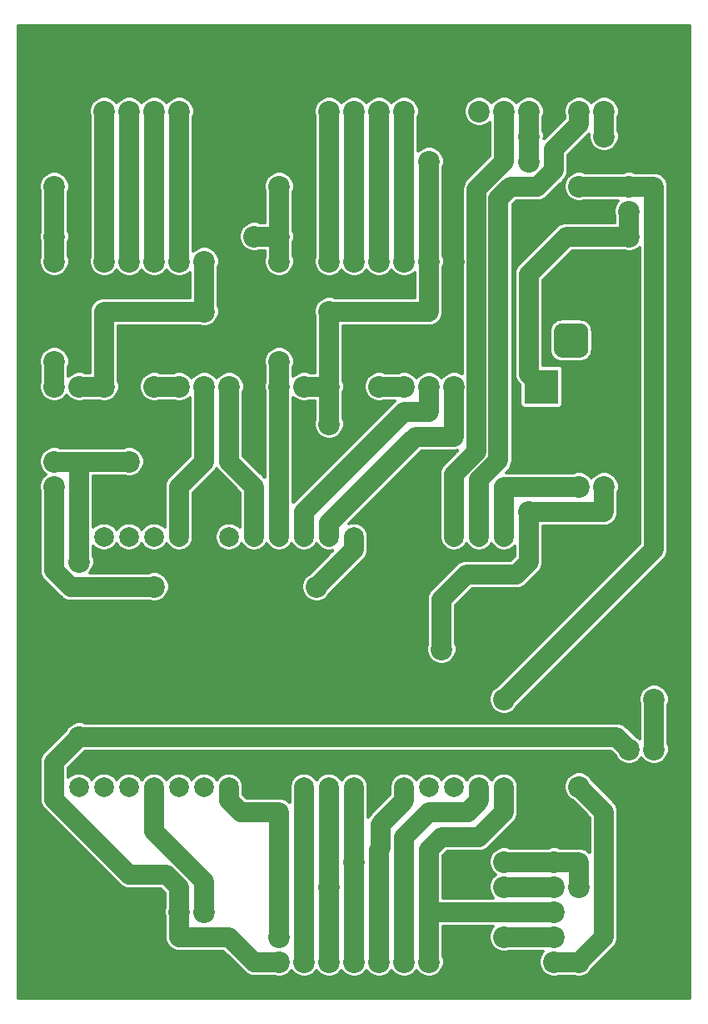
<source format=gbr>
%TF.GenerationSoftware,KiCad,Pcbnew,(5.1.6)-1*%
%TF.CreationDate,2021-10-03T09:04:03-05:00*%
%TF.ProjectId,_vMachine,5f764d61-6368-4696-9e65-2e6b69636164,rev?*%
%TF.SameCoordinates,Original*%
%TF.FileFunction,Copper,L2,Bot*%
%TF.FilePolarity,Positive*%
%FSLAX46Y46*%
G04 Gerber Fmt 4.6, Leading zero omitted, Abs format (unit mm)*
G04 Created by KiCad (PCBNEW (5.1.6)-1) date 2021-10-03 09:04:03*
%MOMM*%
%LPD*%
G01*
G04 APERTURE LIST*
%TA.AperFunction,ComponentPad*%
%ADD10C,2.200000*%
%TD*%
%TA.AperFunction,ComponentPad*%
%ADD11C,2.000000*%
%TD*%
%TA.AperFunction,ComponentPad*%
%ADD12R,3.500000X3.500000*%
%TD*%
%TA.AperFunction,Conductor*%
%ADD13C,2.000000*%
%TD*%
%TA.AperFunction,Conductor*%
%ADD14C,0.300000*%
%TD*%
G04 APERTURE END LIST*
D10*
%TO.P,C1,1*%
%TO.N,Net-(C1-Pad1)*%
X11430000Y54610000D03*
%TO.P,C1,2*%
%TO.N,Net-(C1-Pad2)*%
X11430000Y57150000D03*
%TD*%
%TO.P,C2,1*%
%TO.N,Net-(C2-Pad1)*%
X3810000Y82550000D03*
%TO.P,C2,2*%
%TO.N,Net-(C1-Pad2)*%
X6350000Y82550000D03*
%TD*%
%TO.P,C3,2*%
%TO.N,Net-(C1-Pad2)*%
X29210000Y82550000D03*
%TO.P,C3,1*%
%TO.N,Net-(C2-Pad1)*%
X26670000Y82550000D03*
%TD*%
%TO.P,C4,1*%
%TO.N,Net-(C4-Pad1)*%
X59690000Y52070000D03*
%TO.P,C4,2*%
%TO.N,Net-(C4-Pad2)*%
X57150000Y52070000D03*
%TD*%
%TO.P,J2,1*%
%TO.N,Net-(J2-Pad1)*%
X3810000Y52070000D03*
%TD*%
%TO.P,J3,1*%
%TO.N,Net-(C1-Pad1)*%
X3810000Y54610000D03*
%TD*%
%TO.P,J4,1*%
%TO.N,Net-(C1-Pad2)*%
X3810000Y57150000D03*
%TD*%
%TO.P,J5,1*%
%TO.N,Net-(J5-Pad1)*%
X19050000Y8890000D03*
%TD*%
%TO.P,J6,1*%
%TO.N,Net-(C1-Pad1)*%
X16510000Y8890000D03*
%TD*%
%TO.P,J7,1*%
%TO.N,Net-(C1-Pad2)*%
X13970000Y8890000D03*
%TD*%
%TO.P,J8,1*%
%TO.N,Net-(J8-Pad1)*%
X64770000Y25400000D03*
%TD*%
%TO.P,J9,1*%
%TO.N,Net-(C1-Pad1)*%
X62230000Y25400000D03*
%TD*%
%TO.P,J10,4*%
%TO.N,Net-(J10-Pad4)*%
X16510000Y90170000D03*
%TO.P,J10,3*%
%TO.N,Net-(J10-Pad3)*%
X13970000Y90170000D03*
%TO.P,J10,2*%
%TO.N,Net-(J10-Pad2)*%
X11430000Y90170000D03*
%TO.P,J10,1*%
%TO.N,Net-(J10-Pad1)*%
X8890000Y90170000D03*
%TD*%
%TO.P,J11,1*%
%TO.N,Net-(J11-Pad1)*%
X31750000Y90170000D03*
%TO.P,J11,2*%
%TO.N,Net-(J11-Pad2)*%
X34290000Y90170000D03*
%TO.P,J11,3*%
%TO.N,Net-(J11-Pad3)*%
X36830000Y90170000D03*
%TO.P,J11,4*%
%TO.N,Net-(J11-Pad4)*%
X39370000Y90170000D03*
%TD*%
%TO.P,J12,1*%
%TO.N,Net-(C1-Pad1)*%
X26670000Y3810000D03*
%TO.P,J12,2*%
%TO.N,Net-(J12-Pad2)*%
X29210000Y3810000D03*
%TO.P,J12,3*%
%TO.N,Net-(J12-Pad3)*%
X31750000Y3810000D03*
%TO.P,J12,4*%
%TO.N,Net-(J12-Pad4)*%
X34290000Y3810000D03*
%TO.P,J12,5*%
%TO.N,Net-(J12-Pad5)*%
X36830000Y3810000D03*
%TO.P,J12,6*%
%TO.N,Net-(J12-Pad6)*%
X39370000Y3810000D03*
%TO.P,J12,7*%
%TO.N,Net-(J12-Pad7)*%
X41910000Y3810000D03*
%TO.P,J12,8*%
%TO.N,Net-(C1-Pad2)*%
X44450000Y3810000D03*
%TD*%
%TO.P,J13,1*%
%TO.N,Net-(J13-Pad1)*%
X46990000Y90170000D03*
%TO.P,J13,2*%
%TO.N,Net-(J13-Pad2)*%
X49530000Y90170000D03*
%TO.P,J13,3*%
%TO.N,Net-(C4-Pad1)*%
X52070000Y90170000D03*
%TD*%
%TO.P,J14,3*%
%TO.N,Net-(C4-Pad1)*%
X59690000Y90170000D03*
%TO.P,J14,2*%
%TO.N,Net-(J14-Pad2)*%
X57150000Y90170000D03*
%TO.P,J14,1*%
%TO.N,Net-(C1-Pad2)*%
X54610000Y90170000D03*
%TD*%
%TO.P,M1,1*%
%TO.N,Net-(C1-Pad2)*%
X49530000Y39370000D03*
%TO.P,M1,2*%
X64770000Y39370000D03*
%TO.P,M1,3*%
%TO.N,Net-(J8-Pad1)*%
X64770000Y30480000D03*
%TO.P,M1,4*%
%TO.N,Net-(C2-Pad1)*%
X49530000Y30480000D03*
%TD*%
%TO.P,M2,1*%
%TO.N,Net-(M2-Pad1)*%
X21590000Y62230000D03*
%TO.P,M2,2*%
%TO.N,Net-(M2-Pad2)*%
X19050000Y62230000D03*
%TO.P,M2,3*%
%TO.N,Net-(M2-Pad3)*%
X16510000Y62230000D03*
%TO.P,M2,4*%
X13970000Y62230000D03*
%TO.P,M2,5*%
%TO.N,Net-(C1-Pad2)*%
X11430000Y62230000D03*
%TO.P,M2,6*%
%TO.N,Net-(C4-Pad1)*%
X8890000Y62230000D03*
%TO.P,M2,7*%
X6350000Y62230000D03*
%TO.P,M2,8*%
%TO.N,Net-(M2-Pad8)*%
X3810000Y62230000D03*
%TO.P,M2,16*%
%TO.N,Net-(C1-Pad2)*%
X21590000Y74930000D03*
%TO.P,M2,15*%
%TO.N,Net-(C4-Pad1)*%
X19050000Y74930000D03*
%TO.P,M2,14*%
%TO.N,Net-(J10-Pad4)*%
X16510000Y74930000D03*
%TO.P,M2,13*%
%TO.N,Net-(J10-Pad3)*%
X13970000Y74930000D03*
%TO.P,M2,12*%
%TO.N,Net-(J10-Pad2)*%
X11430000Y74930000D03*
%TO.P,M2,11*%
%TO.N,Net-(J10-Pad1)*%
X8890000Y74930000D03*
%TO.P,M2,10*%
%TO.N,Net-(C1-Pad2)*%
X6350000Y74930000D03*
%TO.P,M2,9*%
%TO.N,Net-(C2-Pad1)*%
X3810000Y74930000D03*
%TD*%
%TO.P,M3,9*%
%TO.N,Net-(C2-Pad1)*%
X26670000Y74930000D03*
%TO.P,M3,10*%
%TO.N,Net-(C1-Pad2)*%
X29210000Y74930000D03*
%TO.P,M3,11*%
%TO.N,Net-(J11-Pad1)*%
X31750000Y74930000D03*
%TO.P,M3,12*%
%TO.N,Net-(J11-Pad2)*%
X34290000Y74930000D03*
%TO.P,M3,13*%
%TO.N,Net-(J11-Pad3)*%
X36830000Y74930000D03*
%TO.P,M3,14*%
%TO.N,Net-(J11-Pad4)*%
X39370000Y74930000D03*
%TO.P,M3,15*%
%TO.N,Net-(C4-Pad1)*%
X41910000Y74930000D03*
%TO.P,M3,16*%
%TO.N,Net-(C1-Pad2)*%
X44450000Y74930000D03*
%TO.P,M3,8*%
%TO.N,Net-(M2-Pad8)*%
X26670000Y62230000D03*
%TO.P,M3,7*%
%TO.N,Net-(C4-Pad1)*%
X29210000Y62230000D03*
%TO.P,M3,6*%
X31750000Y62230000D03*
%TO.P,M3,5*%
%TO.N,Net-(C1-Pad2)*%
X34290000Y62230000D03*
%TO.P,M3,4*%
%TO.N,Net-(M3-Pad3)*%
X36830000Y62230000D03*
%TO.P,M3,3*%
X39370000Y62230000D03*
%TO.P,M3,2*%
%TO.N,Net-(M3-Pad2)*%
X41910000Y62230000D03*
%TO.P,M3,1*%
%TO.N,Net-(M3-Pad1)*%
X44450000Y62230000D03*
%TD*%
%TO.P,M4,1*%
%TO.N,Net-(C1-Pad2)*%
X54610000Y16510000D03*
%TO.P,M4,2*%
%TO.N,Net-(J12-Pad4)*%
X54610000Y13970000D03*
%TO.P,M4,3*%
%TO.N,Net-(J12-Pad3)*%
X54610000Y11430000D03*
%TO.P,M4,4*%
%TO.N,Net-(J12-Pad7)*%
X54610000Y8890000D03*
%TO.P,M4,5*%
%TO.N,Net-(M4-Pad5)*%
X54610000Y6350000D03*
%TO.P,M4,6*%
%TO.N,Net-(C4-Pad1)*%
X54610000Y3810000D03*
%TD*%
%TO.P,R1,1*%
%TO.N,Net-(J12-Pad4)*%
X57150000Y11430000D03*
%TO.P,R1,2*%
%TO.N,Net-(C4-Pad1)*%
X57150000Y3810000D03*
%TD*%
%TO.P,SW1,1*%
%TO.N,Net-(J1-Pad1)*%
X62230000Y77470000D03*
%TO.P,SW1,2*%
X62230000Y80010000D03*
%TO.P,SW1,3*%
%TO.N,Net-(C2-Pad1)*%
X62230000Y82550000D03*
%TD*%
D11*
%TO.P,U1,1*%
%TO.N,Net-(C1-Pad1)*%
X6350000Y46990000D03*
%TO.P,U1,2*%
%TO.N,Net-(U1-Pad2)*%
X8890000Y46990000D03*
%TO.P,U1,3*%
%TO.N,Net-(U1-Pad3)*%
X11430000Y46990000D03*
%TO.P,U1,4*%
%TO.N,Net-(U1-Pad4)*%
X13970000Y46990000D03*
%TO.P,U1,5*%
%TO.N,Net-(M2-Pad2)*%
X16510000Y46990000D03*
%TO.P,U1,6*%
%TO.N,Net-(C1-Pad2)*%
X19050000Y46990000D03*
%TO.P,U1,7*%
%TO.N,Net-(U1-Pad7)*%
X21590000Y46990000D03*
%TO.P,U1,8*%
%TO.N,Net-(M2-Pad1)*%
X24130000Y46990000D03*
%TO.P,U1,9*%
%TO.N,Net-(M2-Pad8)*%
X26670000Y46990000D03*
%TO.P,U1,10*%
%TO.N,Net-(M3-Pad2)*%
X29210000Y46990000D03*
%TO.P,U1,11*%
%TO.N,Net-(M3-Pad1)*%
X31750000Y46990000D03*
%TO.P,U1,12*%
%TO.N,Net-(J2-Pad1)*%
X34290000Y46990000D03*
%TO.P,U1,13*%
%TO.N,Net-(C1-Pad2)*%
X36830000Y46990000D03*
%TO.P,U1,14*%
X39370000Y46990000D03*
%TO.P,U1,15*%
X41910000Y46990000D03*
%TO.P,U1,16*%
%TO.N,Net-(J13-Pad2)*%
X44450000Y46990000D03*
%TO.P,U1,17*%
%TO.N,Net-(J14-Pad2)*%
X46990000Y46990000D03*
%TO.P,U1,18*%
%TO.N,Net-(C4-Pad2)*%
X49530000Y46990000D03*
%TO.P,U1,19*%
%TO.N,Net-(C4-Pad1)*%
X52070000Y46990000D03*
%TO.P,U1,20*%
%TO.N,Net-(C1-Pad2)*%
X52070000Y21590000D03*
%TO.P,U1,21*%
%TO.N,Net-(J12-Pad7)*%
X49530000Y21590000D03*
%TO.P,U1,22*%
%TO.N,Net-(J12-Pad6)*%
X46990000Y21590000D03*
%TO.P,U1,23*%
%TO.N,Net-(U1-Pad23)*%
X44450000Y21590000D03*
%TO.P,U1,24*%
%TO.N,Net-(U1-Pad24)*%
X41910000Y21590000D03*
%TO.P,U1,25*%
%TO.N,Net-(J12-Pad5)*%
X39370000Y21590000D03*
%TO.P,U1,26*%
%TO.N,Net-(C1-Pad2)*%
X36830000Y21590000D03*
%TO.P,U1,27*%
%TO.N,Net-(J12-Pad4)*%
X34290000Y21590000D03*
%TO.P,U1,28*%
%TO.N,Net-(J12-Pad3)*%
X31750000Y21590000D03*
%TO.P,U1,29*%
%TO.N,Net-(J12-Pad2)*%
X29210000Y21590000D03*
%TO.P,U1,30*%
%TO.N,Net-(C1-Pad2)*%
X26670000Y21590000D03*
%TO.P,U1,31*%
X24130000Y21590000D03*
%TO.P,U1,32*%
%TO.N,Net-(M4-Pad5)*%
X21590000Y21590000D03*
%TO.P,U1,33*%
%TO.N,Net-(U1-Pad33)*%
X19050000Y21590000D03*
%TO.P,U1,34*%
%TO.N,Net-(U1-Pad34)*%
X16510000Y21590000D03*
%TO.P,U1,35*%
%TO.N,Net-(J5-Pad1)*%
X13970000Y21590000D03*
%TO.P,U1,36*%
%TO.N,Net-(U1-Pad36)*%
X11430000Y21590000D03*
%TO.P,U1,37*%
%TO.N,Net-(U1-Pad37)*%
X8890000Y21590000D03*
%TO.P,U1,38*%
%TO.N,Net-(U1-Pad38)*%
X6350000Y21590000D03*
%TD*%
D10*
%TO.P,V1,1*%
%TO.N,Net-(C4-Pad1)*%
X19050000Y69850000D03*
%TD*%
%TO.P,V2,1*%
%TO.N,Net-(C2-Pad1)*%
X3810000Y77470000D03*
%TD*%
%TO.P,V3,1*%
%TO.N,Net-(M2-Pad8)*%
X3810000Y64770000D03*
%TD*%
%TO.P,V4,1*%
%TO.N,Net-(C2-Pad1)*%
X24130000Y77470000D03*
%TD*%
%TO.P,V5,1*%
%TO.N,Net-(C4-Pad1)*%
X31750000Y69850000D03*
%TD*%
%TO.P,V8,1*%
%TO.N,Net-(M2-Pad8)*%
X26670000Y64770000D03*
%TD*%
%TO.P,V7,1*%
%TO.N,Net-(M4-Pad5)*%
X26670000Y6350000D03*
%TD*%
%TO.P,V9,1*%
%TO.N,Net-(M4-Pad5)*%
X49530000Y6350000D03*
%TD*%
%TO.P,V10,1*%
%TO.N,Net-(J12-Pad3)*%
X31750000Y11430000D03*
%TD*%
%TO.P,V11,1*%
%TO.N,Net-(J12-Pad3)*%
X49530000Y11430000D03*
%TD*%
%TO.P,V12,1*%
%TO.N,Net-(J12-Pad4)*%
X34290000Y13970000D03*
%TD*%
%TO.P,V13,1*%
%TO.N,Net-(J12-Pad4)*%
X49530000Y13970000D03*
%TD*%
%TO.P,V17,1*%
%TO.N,Net-(C1-Pad1)*%
X6350000Y44450000D03*
%TD*%
%TO.P,V18,1*%
%TO.N,Net-(C1-Pad1)*%
X6350000Y26670000D03*
%TD*%
D12*
%TO.P,J1,1*%
%TO.N,Net-(J1-Pad1)*%
X53340000Y62230000D03*
%TO.P,J1,2*%
%TO.N,Net-(C1-Pad2)*%
%TA.AperFunction,ComponentPad*%
G36*
G01*
X60840000Y63230000D02*
X60840000Y61230000D01*
G75*
G02*
X60090000Y60480000I-750000J0D01*
G01*
X58590000Y60480000D01*
G75*
G02*
X57840000Y61230000I0J750000D01*
G01*
X57840000Y63230000D01*
G75*
G02*
X58590000Y63980000I750000J0D01*
G01*
X60090000Y63980000D01*
G75*
G02*
X60840000Y63230000I0J-750000D01*
G01*
G37*
%TD.AperFunction*%
%TO.P,J1,3*%
%TO.N,N/C*%
%TA.AperFunction,ComponentPad*%
G36*
G01*
X58090000Y67805000D02*
X58090000Y66055000D01*
G75*
G02*
X57215000Y65180000I-875000J0D01*
G01*
X55465000Y65180000D01*
G75*
G02*
X54590000Y66055000I0J875000D01*
G01*
X54590000Y67805000D01*
G75*
G02*
X55465000Y68680000I875000J0D01*
G01*
X57215000Y68680000D01*
G75*
G02*
X58090000Y67805000I0J-875000D01*
G01*
G37*
%TD.AperFunction*%
%TD*%
D10*
%TO.P,V19,1*%
%TO.N,Net-(C2-Pad1)*%
X26670000Y77470000D03*
%TD*%
%TO.P,V20,1*%
%TO.N,Net-(C2-Pad1)*%
X57150000Y82550000D03*
%TD*%
%TO.P,V6,1*%
%TO.N,Net-(C4-Pad1)*%
X52070000Y87630000D03*
%TD*%
%TO.P,V14,1*%
%TO.N,Net-(C4-Pad1)*%
X59690000Y87630000D03*
%TD*%
%TO.P,V15,1*%
%TO.N,Net-(C4-Pad1)*%
X31750000Y58420000D03*
%TD*%
%TO.P,V16,1*%
%TO.N,Net-(C4-Pad1)*%
X43180000Y35560000D03*
%TD*%
%TO.P,V21,1*%
%TO.N,Net-(C4-Pad1)*%
X52070000Y49530000D03*
%TD*%
%TO.P,V22,1*%
%TO.N,Net-(C4-Pad1)*%
X57150000Y21590000D03*
%TD*%
%TO.P,V23,1*%
%TO.N,Net-(C4-Pad1)*%
X41910000Y85090000D03*
%TD*%
%TO.P,V24,1*%
%TO.N,Net-(C4-Pad1)*%
X52070000Y85090000D03*
%TD*%
%TO.P,V25,1*%
%TO.N,Net-(J2-Pad1)*%
X13970000Y41910000D03*
%TD*%
%TO.P,V26,1*%
%TO.N,Net-(J2-Pad1)*%
X30480000Y41910000D03*
%TD*%
D13*
%TO.N,Net-(C1-Pad1)*%
X16510000Y8890000D02*
X16510000Y6350000D01*
X16510000Y6350000D02*
X21590000Y6350000D01*
X24130000Y3810000D02*
X26670000Y3810000D01*
X21590000Y6350000D02*
X24130000Y3810000D01*
X6350000Y54610000D02*
X3810000Y54610000D01*
X6350000Y54610000D02*
X6350000Y46990000D01*
X11430000Y54610000D02*
X6350000Y54610000D01*
X6350000Y46990000D02*
X6350000Y44450000D01*
X60960000Y26670000D02*
X62230000Y25400000D01*
X6350000Y26670000D02*
X60960000Y26670000D01*
X3810000Y24130000D02*
X3810000Y20320000D01*
X6350000Y26670000D02*
X3810000Y24130000D01*
X11430000Y12700000D02*
X15240000Y12700000D01*
X16510000Y11430000D02*
X16510000Y8890000D01*
X3810000Y20320000D02*
X11430000Y12700000D01*
X15240000Y12700000D02*
X16510000Y11430000D01*
%TO.N,Net-(C2-Pad1)*%
X26670000Y77470000D02*
X24130000Y77470000D01*
X62230000Y82550000D02*
X57150000Y82550000D01*
X62230000Y82550000D02*
X64770000Y82550000D01*
X64770000Y45720000D02*
X49530000Y30480000D01*
X64770000Y82550000D02*
X64770000Y45720000D01*
X3810000Y74930000D02*
X3810000Y82550000D01*
X26670000Y74930000D02*
X26670000Y82550000D01*
%TO.N,Net-(C4-Pad1)*%
X29210000Y62230000D02*
X31750000Y62230000D01*
X6350000Y62230000D02*
X8890000Y62230000D01*
X31750000Y62230000D02*
X31750000Y69850000D01*
X31750000Y69850000D02*
X41910000Y69850000D01*
X41910000Y69850000D02*
X41910000Y74930000D01*
X19050000Y69850000D02*
X19050000Y74930000D01*
X19050000Y69850000D02*
X8890000Y69850000D01*
X8890000Y69850000D02*
X8890000Y62230000D01*
X54610000Y3810000D02*
X57150000Y3810000D01*
X52070000Y46990000D02*
X52070000Y49530000D01*
X52070000Y49530000D02*
X59690000Y49530000D01*
X59690000Y49530000D02*
X59690000Y52070000D01*
X31750000Y62230000D02*
X31750000Y58420000D01*
X57150000Y3810000D02*
X59690000Y6350000D01*
X59690000Y6350000D02*
X59690000Y19050000D01*
X59690000Y19050000D02*
X57150000Y21590000D01*
X41910000Y74930000D02*
X41910000Y81280000D01*
X41910000Y81280000D02*
X41910000Y85090000D01*
X52070000Y85090000D02*
X52070000Y90170000D01*
X59690000Y90170000D02*
X59690000Y87630000D01*
X52070000Y46990000D02*
X52070000Y44450000D01*
X52070000Y44450000D02*
X50800000Y43180000D01*
X50800000Y43180000D02*
X45720000Y43180000D01*
X45720000Y43180000D02*
X43180000Y40640000D01*
X43180000Y40640000D02*
X43180000Y35560000D01*
%TO.N,Net-(C4-Pad2)*%
X49530000Y46990000D02*
X49530000Y52070000D01*
X49530000Y52070000D02*
X57150000Y52070000D01*
%TO.N,Net-(J1-Pad1)*%
X62230000Y80010000D02*
X62230000Y77470000D01*
X62230000Y77470000D02*
X55880000Y77470000D01*
X55880000Y77470000D02*
X52070000Y73660000D01*
X52070000Y63500000D02*
X53340000Y62230000D01*
X52070000Y73660000D02*
X52070000Y63500000D01*
%TO.N,Net-(J2-Pad1)*%
X34290000Y46990000D02*
X34290000Y45720000D01*
X34290000Y45720000D02*
X30480000Y41910000D01*
X5485998Y41910000D02*
X3810000Y43585998D01*
X3810000Y43585998D02*
X3810000Y52070000D01*
X5485998Y41910000D02*
X13970000Y41910000D01*
%TO.N,Net-(J5-Pad1)*%
X19050000Y12001283D02*
X19050000Y8890000D01*
X13970000Y17081283D02*
X19050000Y12001283D01*
X13970000Y21590000D02*
X13970000Y17081283D01*
%TO.N,Net-(J8-Pad1)*%
X64770000Y25400000D02*
X64770000Y30480000D01*
%TO.N,Net-(J10-Pad4)*%
X16510000Y90170000D02*
X16510000Y74930000D01*
%TO.N,Net-(J10-Pad3)*%
X13970000Y90170000D02*
X13970000Y74930000D01*
%TO.N,Net-(J10-Pad2)*%
X11430000Y90170000D02*
X11430000Y74930000D01*
%TO.N,Net-(J10-Pad1)*%
X8890000Y90170000D02*
X8890000Y74930000D01*
%TO.N,Net-(J11-Pad1)*%
X31750000Y90170000D02*
X31750000Y74930000D01*
%TO.N,Net-(J11-Pad2)*%
X34290000Y90170000D02*
X34290000Y74930000D01*
%TO.N,Net-(J11-Pad3)*%
X36830000Y90170000D02*
X36830000Y74930000D01*
%TO.N,Net-(J11-Pad4)*%
X39370000Y90170000D02*
X39370000Y74930000D01*
%TO.N,Net-(J12-Pad2)*%
X29210000Y21590000D02*
X29210000Y3810000D01*
%TO.N,Net-(J12-Pad3)*%
X31750000Y21590000D02*
X31750000Y3810000D01*
X54610000Y11430000D02*
X49530000Y11430000D01*
%TO.N,Net-(J12-Pad4)*%
X34290000Y21590000D02*
X34290000Y3810000D01*
X54610000Y13970000D02*
X49530000Y13970000D01*
X54610000Y13970000D02*
X57150000Y13970000D01*
X57150000Y13970000D02*
X57150000Y11430000D01*
%TO.N,Net-(J12-Pad5)*%
X39370000Y20175787D02*
X36974213Y17780000D01*
X39370000Y21590000D02*
X39370000Y20175787D01*
X36830000Y15240000D02*
X36830000Y3810000D01*
X36974213Y15384213D02*
X36830000Y15240000D01*
X36974213Y17780000D02*
X36974213Y15384213D01*
%TO.N,Net-(J12-Pad6)*%
X46990000Y20175787D02*
X45864213Y19050000D01*
X46990000Y21590000D02*
X46990000Y20175787D01*
X45864213Y19050000D02*
X41910000Y19050000D01*
X39370000Y16510000D02*
X39370000Y3810000D01*
X41910000Y19050000D02*
X39370000Y16510000D01*
%TO.N,Net-(J12-Pad7)*%
X41910000Y15240000D02*
X43180000Y16510000D01*
X43180000Y16510000D02*
X46990000Y16510000D01*
X49530000Y19050000D02*
X49530000Y21590000D01*
X46990000Y16510000D02*
X49530000Y19050000D01*
X54610000Y8890000D02*
X41910000Y8890000D01*
X41910000Y3810000D02*
X41910000Y8890000D01*
X41910000Y8890000D02*
X41910000Y15240000D01*
%TO.N,Net-(J13-Pad2)*%
X46750001Y55640001D02*
X46750001Y82310001D01*
X44450000Y53340000D02*
X46750001Y55640001D01*
X44450000Y46990000D02*
X44450000Y53340000D01*
X46750001Y82310001D02*
X49530000Y85090000D01*
X49530000Y85090000D02*
X49530000Y90170000D01*
%TO.N,Net-(J14-Pad2)*%
X46990000Y46990000D02*
X46990000Y52768718D01*
X54610000Y86360000D02*
X57150000Y88900000D01*
X57150000Y88900000D02*
X57150000Y90170000D01*
X54610000Y84225998D02*
X54610000Y86360000D01*
X54610000Y84225998D02*
X52934002Y82550000D01*
X48950011Y54728729D02*
X46990000Y52768718D01*
X50165000Y82550000D02*
X48950011Y81335011D01*
X48950011Y81335011D02*
X48950011Y54728729D01*
X52934002Y82550000D02*
X50165000Y82550000D01*
%TO.N,Net-(M2-Pad1)*%
X24130000Y46990000D02*
X24130000Y52070000D01*
X24130000Y52070000D02*
X21590000Y54610000D01*
X21590000Y54610000D02*
X21590000Y62230000D01*
%TO.N,Net-(M2-Pad2)*%
X19050000Y62230000D02*
X19050000Y54610000D01*
X19050000Y54610000D02*
X16510000Y52070000D01*
X16510000Y52070000D02*
X16510000Y46990000D01*
%TO.N,Net-(M2-Pad3)*%
X13970000Y62230000D02*
X16510000Y62230000D01*
%TO.N,Net-(M2-Pad8)*%
X26670000Y46990000D02*
X26670000Y64770000D01*
X3810000Y64770000D02*
X3810000Y62230000D01*
%TO.N,Net-(M3-Pad3)*%
X36830000Y62230000D02*
X39370000Y62230000D01*
%TO.N,Net-(M3-Pad2)*%
X29210000Y49530000D02*
X29210000Y46990000D01*
X39370000Y59690000D02*
X29210000Y49530000D01*
X41910000Y62230000D02*
X41910000Y59690000D01*
X41910000Y59690000D02*
X39370000Y59690000D01*
%TO.N,Net-(M3-Pad1)*%
X31750000Y48404213D02*
X40495787Y57150000D01*
X31750000Y46990000D02*
X31750000Y48404213D01*
X40495787Y57150000D02*
X44450000Y57150000D01*
X44450000Y57150000D02*
X44450000Y62230000D01*
%TO.N,Net-(M4-Pad5)*%
X21590000Y20175787D02*
X22715787Y19050000D01*
X21590000Y21590000D02*
X21590000Y20175787D01*
X22715787Y19050000D02*
X26670000Y19050000D01*
X26670000Y19050000D02*
X26670000Y8890000D01*
X26670000Y8890000D02*
X26670000Y6350000D01*
X54610000Y6350000D02*
X49530000Y6350000D01*
%TD*%
D14*
%TO.N,Net-(C1-Pad2)*%
G36*
X68430000Y150000D02*
G01*
X150000Y150000D01*
X150000Y24130000D01*
X2352986Y24130000D01*
X2360000Y24058785D01*
X2360001Y20391224D01*
X2352986Y20320000D01*
X2360001Y20248775D01*
X2380564Y20040000D01*
X2380982Y20035751D01*
X2463894Y19762426D01*
X2598536Y19510527D01*
X2734332Y19345059D01*
X2734336Y19345055D01*
X2779736Y19289735D01*
X2835056Y19244335D01*
X10354335Y11725056D01*
X10399735Y11669735D01*
X10455055Y11624335D01*
X10455058Y11624332D01*
X10505833Y11582662D01*
X10620526Y11488536D01*
X10872424Y11353894D01*
X11145750Y11270981D01*
X11358775Y11250000D01*
X11358784Y11250000D01*
X11429999Y11242986D01*
X11501214Y11250000D01*
X14639391Y11250000D01*
X15060000Y10829390D01*
X15060001Y9439738D01*
X15019565Y9342118D01*
X14960000Y9042662D01*
X14960000Y8737338D01*
X15019565Y8437882D01*
X15060000Y8340263D01*
X15060001Y6421235D01*
X15052985Y6350000D01*
X15080981Y6065750D01*
X15163894Y5792424D01*
X15298536Y5540526D01*
X15479735Y5319735D01*
X15700526Y5138536D01*
X15952424Y5003894D01*
X16225750Y4920981D01*
X16438775Y4900000D01*
X16510000Y4892985D01*
X16581225Y4900000D01*
X20989391Y4900000D01*
X23054334Y2835056D01*
X23099735Y2779735D01*
X23155055Y2734335D01*
X23155058Y2734332D01*
X23274092Y2636644D01*
X23320526Y2598536D01*
X23572424Y2463894D01*
X23845750Y2380981D01*
X24058775Y2360000D01*
X24058784Y2360000D01*
X24129999Y2352986D01*
X24201214Y2360000D01*
X26120264Y2360000D01*
X26217882Y2319565D01*
X26517338Y2260000D01*
X26822662Y2260000D01*
X27122118Y2319565D01*
X27404200Y2436408D01*
X27658068Y2606036D01*
X27873964Y2821932D01*
X27940000Y2920763D01*
X28006036Y2821932D01*
X28221932Y2606036D01*
X28475800Y2436408D01*
X28757882Y2319565D01*
X29057338Y2260000D01*
X29362662Y2260000D01*
X29662118Y2319565D01*
X29944200Y2436408D01*
X30198068Y2606036D01*
X30413964Y2821932D01*
X30480000Y2920763D01*
X30546036Y2821932D01*
X30761932Y2606036D01*
X31015800Y2436408D01*
X31297882Y2319565D01*
X31597338Y2260000D01*
X31902662Y2260000D01*
X32202118Y2319565D01*
X32484200Y2436408D01*
X32738068Y2606036D01*
X32953964Y2821932D01*
X33020000Y2920763D01*
X33086036Y2821932D01*
X33301932Y2606036D01*
X33555800Y2436408D01*
X33837882Y2319565D01*
X34137338Y2260000D01*
X34442662Y2260000D01*
X34742118Y2319565D01*
X35024200Y2436408D01*
X35278068Y2606036D01*
X35493964Y2821932D01*
X35560000Y2920763D01*
X35626036Y2821932D01*
X35841932Y2606036D01*
X36095800Y2436408D01*
X36377882Y2319565D01*
X36677338Y2260000D01*
X36982662Y2260000D01*
X37282118Y2319565D01*
X37564200Y2436408D01*
X37818068Y2606036D01*
X38033964Y2821932D01*
X38100000Y2920763D01*
X38166036Y2821932D01*
X38381932Y2606036D01*
X38635800Y2436408D01*
X38917882Y2319565D01*
X39217338Y2260000D01*
X39522662Y2260000D01*
X39822118Y2319565D01*
X40104200Y2436408D01*
X40358068Y2606036D01*
X40573964Y2821932D01*
X40640000Y2920763D01*
X40706036Y2821932D01*
X40921932Y2606036D01*
X41175800Y2436408D01*
X41457882Y2319565D01*
X41757338Y2260000D01*
X42062662Y2260000D01*
X42362118Y2319565D01*
X42644200Y2436408D01*
X42898068Y2606036D01*
X43113964Y2821932D01*
X43283592Y3075800D01*
X43400435Y3357882D01*
X43460000Y3657338D01*
X43460000Y3962662D01*
X43400435Y4262118D01*
X43360000Y4359736D01*
X43360000Y7440000D01*
X48427968Y7440000D01*
X48326036Y7338068D01*
X48156408Y7084200D01*
X48039565Y6802118D01*
X47980000Y6502662D01*
X47980000Y6197338D01*
X48039565Y5897882D01*
X48156408Y5615800D01*
X48326036Y5361932D01*
X48541932Y5146036D01*
X48795800Y4976408D01*
X49077882Y4859565D01*
X49377338Y4800000D01*
X49682662Y4800000D01*
X49982118Y4859565D01*
X50079736Y4900000D01*
X53507968Y4900000D01*
X53406036Y4798068D01*
X53236408Y4544200D01*
X53119565Y4262118D01*
X53060000Y3962662D01*
X53060000Y3657338D01*
X53119565Y3357882D01*
X53236408Y3075800D01*
X53406036Y2821932D01*
X53621932Y2606036D01*
X53875800Y2436408D01*
X54157882Y2319565D01*
X54457338Y2260000D01*
X54762662Y2260000D01*
X55062118Y2319565D01*
X55159736Y2360000D01*
X56600264Y2360000D01*
X56697882Y2319565D01*
X56997338Y2260000D01*
X57302662Y2260000D01*
X57602118Y2319565D01*
X57884200Y2436408D01*
X58138068Y2606036D01*
X58353964Y2821932D01*
X58523592Y3075800D01*
X58564027Y3173418D01*
X60664949Y5274339D01*
X60720264Y5319735D01*
X60765661Y5375051D01*
X60765668Y5375058D01*
X60901463Y5540525D01*
X60901465Y5540527D01*
X61036106Y5792424D01*
X61119019Y6065750D01*
X61140000Y6278775D01*
X61140000Y6278784D01*
X61147014Y6349999D01*
X61140000Y6421214D01*
X61140000Y18978786D01*
X61147014Y19050001D01*
X61140000Y19121216D01*
X61140000Y19121225D01*
X61119019Y19334250D01*
X61036106Y19607576D01*
X60901464Y19859474D01*
X60863356Y19905908D01*
X60765668Y20024942D01*
X60765665Y20024945D01*
X60720265Y20080265D01*
X60664944Y20125666D01*
X58564027Y22226582D01*
X58523592Y22324200D01*
X58353964Y22578068D01*
X58138068Y22793964D01*
X57884200Y22963592D01*
X57602118Y23080435D01*
X57302662Y23140000D01*
X56997338Y23140000D01*
X56697882Y23080435D01*
X56415800Y22963592D01*
X56161932Y22793964D01*
X55946036Y22578068D01*
X55776408Y22324200D01*
X55659565Y22042118D01*
X55600000Y21742662D01*
X55600000Y21437338D01*
X55659565Y21137882D01*
X55776408Y20855800D01*
X55946036Y20601932D01*
X56161932Y20386036D01*
X56415800Y20216408D01*
X56513418Y20175973D01*
X58240001Y18449389D01*
X58240001Y14927477D01*
X58180265Y15000265D01*
X57959474Y15181464D01*
X57707576Y15316106D01*
X57434250Y15399019D01*
X57221225Y15420000D01*
X57150000Y15427015D01*
X57078775Y15420000D01*
X55159736Y15420000D01*
X55062118Y15460435D01*
X54762662Y15520000D01*
X54457338Y15520000D01*
X54157882Y15460435D01*
X54060264Y15420000D01*
X50079736Y15420000D01*
X49982118Y15460435D01*
X49682662Y15520000D01*
X49377338Y15520000D01*
X49077882Y15460435D01*
X48795800Y15343592D01*
X48541932Y15173964D01*
X48326036Y14958068D01*
X48156408Y14704200D01*
X48039565Y14422118D01*
X47980000Y14122662D01*
X47980000Y13817338D01*
X48039565Y13517882D01*
X48156408Y13235800D01*
X48326036Y12981932D01*
X48541932Y12766036D01*
X48640763Y12700000D01*
X48541932Y12633964D01*
X48326036Y12418068D01*
X48156408Y12164200D01*
X48039565Y11882118D01*
X47980000Y11582662D01*
X47980000Y11277338D01*
X48039565Y10977882D01*
X48156408Y10695800D01*
X48326036Y10441932D01*
X48427968Y10340000D01*
X43360000Y10340000D01*
X43360000Y14639391D01*
X43780610Y15060000D01*
X46918785Y15060000D01*
X46990000Y15052986D01*
X47061215Y15060000D01*
X47061225Y15060000D01*
X47274250Y15080981D01*
X47547576Y15163894D01*
X47799474Y15298536D01*
X48020265Y15479735D01*
X48065670Y15535061D01*
X50504949Y17974339D01*
X50560264Y18019735D01*
X50605661Y18075051D01*
X50605668Y18075058D01*
X50741463Y18240525D01*
X50741465Y18240527D01*
X50876106Y18492424D01*
X50959019Y18765750D01*
X50980000Y18978775D01*
X50980000Y18978784D01*
X50987014Y19049999D01*
X50980000Y19121214D01*
X50980000Y21732813D01*
X50966034Y21803023D01*
X50959019Y21874250D01*
X50938242Y21942741D01*
X50924277Y22012949D01*
X50896883Y22079085D01*
X50876106Y22147576D01*
X50842368Y22210696D01*
X50814973Y22276833D01*
X50775202Y22336355D01*
X50741464Y22399474D01*
X50696062Y22454796D01*
X50656289Y22514321D01*
X50605665Y22564945D01*
X50560265Y22620265D01*
X50504945Y22665665D01*
X50454321Y22716289D01*
X50394796Y22756062D01*
X50339474Y22801464D01*
X50276355Y22835202D01*
X50216833Y22874973D01*
X50150696Y22902368D01*
X50087576Y22936106D01*
X50019085Y22956883D01*
X49952949Y22984277D01*
X49882741Y22998242D01*
X49814250Y23019019D01*
X49743023Y23026034D01*
X49672813Y23040000D01*
X49601225Y23040000D01*
X49530000Y23047015D01*
X49458775Y23040000D01*
X49387187Y23040000D01*
X49316976Y23026034D01*
X49245751Y23019019D01*
X49177262Y22998243D01*
X49107051Y22984277D01*
X49040912Y22956881D01*
X48972425Y22936106D01*
X48909309Y22902370D01*
X48843167Y22874973D01*
X48783641Y22835199D01*
X48720527Y22801464D01*
X48665209Y22756066D01*
X48605679Y22716289D01*
X48555051Y22665661D01*
X48499736Y22620265D01*
X48454340Y22564950D01*
X48403711Y22514321D01*
X48363934Y22454790D01*
X48318537Y22399474D01*
X48284803Y22336363D01*
X48260000Y22299242D01*
X48235202Y22336355D01*
X48201464Y22399474D01*
X48156063Y22454795D01*
X48116289Y22514321D01*
X48065661Y22564949D01*
X48020264Y22620265D01*
X47964949Y22665661D01*
X47914321Y22716289D01*
X47854791Y22756066D01*
X47799473Y22801464D01*
X47736359Y22835199D01*
X47676833Y22874973D01*
X47610691Y22902370D01*
X47547575Y22936106D01*
X47479088Y22956881D01*
X47412949Y22984277D01*
X47342738Y22998243D01*
X47274249Y23019019D01*
X47203024Y23026034D01*
X47132813Y23040000D01*
X47061225Y23040000D01*
X46990000Y23047015D01*
X46918775Y23040000D01*
X46847187Y23040000D01*
X46776977Y23026034D01*
X46705750Y23019019D01*
X46637259Y22998242D01*
X46567051Y22984277D01*
X46500915Y22956883D01*
X46432424Y22936106D01*
X46369304Y22902368D01*
X46303167Y22874973D01*
X46243645Y22835202D01*
X46180526Y22801464D01*
X46125205Y22756063D01*
X46065679Y22716289D01*
X46015051Y22665661D01*
X45959735Y22620264D01*
X45914339Y22564949D01*
X45863711Y22514321D01*
X45823934Y22454791D01*
X45778536Y22399473D01*
X45744801Y22336359D01*
X45720000Y22299242D01*
X45576289Y22514321D01*
X45374321Y22716289D01*
X45136833Y22874973D01*
X44872949Y22984277D01*
X44592813Y23040000D01*
X44307187Y23040000D01*
X44027051Y22984277D01*
X43763167Y22874973D01*
X43525679Y22716289D01*
X43323711Y22514321D01*
X43180000Y22299242D01*
X43036289Y22514321D01*
X42834321Y22716289D01*
X42596833Y22874973D01*
X42332949Y22984277D01*
X42052813Y23040000D01*
X41767187Y23040000D01*
X41487051Y22984277D01*
X41223167Y22874973D01*
X40985679Y22716289D01*
X40783711Y22514321D01*
X40640000Y22299242D01*
X40615202Y22336355D01*
X40581464Y22399474D01*
X40536063Y22454795D01*
X40496289Y22514321D01*
X40445661Y22564949D01*
X40400264Y22620265D01*
X40344949Y22665661D01*
X40294321Y22716289D01*
X40234791Y22756066D01*
X40179473Y22801464D01*
X40116359Y22835199D01*
X40056833Y22874973D01*
X39990691Y22902370D01*
X39927575Y22936106D01*
X39859088Y22956881D01*
X39792949Y22984277D01*
X39722738Y22998243D01*
X39654249Y23019019D01*
X39583024Y23026034D01*
X39512813Y23040000D01*
X39441225Y23040000D01*
X39370000Y23047015D01*
X39298775Y23040000D01*
X39227187Y23040000D01*
X39156977Y23026034D01*
X39085750Y23019019D01*
X39017259Y22998242D01*
X38947051Y22984277D01*
X38880915Y22956883D01*
X38812424Y22936106D01*
X38749304Y22902368D01*
X38683167Y22874973D01*
X38623645Y22835202D01*
X38560526Y22801464D01*
X38505205Y22756063D01*
X38445679Y22716289D01*
X38395051Y22665661D01*
X38339735Y22620264D01*
X38294339Y22564949D01*
X38243711Y22514321D01*
X38203934Y22454791D01*
X38158536Y22399473D01*
X38124801Y22336359D01*
X38085027Y22276833D01*
X38057630Y22210691D01*
X38023894Y22147575D01*
X38003119Y22079088D01*
X37975723Y22012949D01*
X37961757Y21942738D01*
X37940981Y21874249D01*
X37933966Y21803024D01*
X37920000Y21732813D01*
X37920000Y20776397D01*
X35999270Y18855666D01*
X35943948Y18810264D01*
X35762749Y18589473D01*
X35740000Y18546913D01*
X35740000Y21732813D01*
X35726034Y21803023D01*
X35719019Y21874250D01*
X35698242Y21942741D01*
X35684277Y22012949D01*
X35656883Y22079085D01*
X35636106Y22147576D01*
X35602368Y22210696D01*
X35574973Y22276833D01*
X35535202Y22336355D01*
X35501464Y22399474D01*
X35456063Y22454795D01*
X35416289Y22514321D01*
X35365661Y22564949D01*
X35320264Y22620265D01*
X35264949Y22665661D01*
X35214321Y22716289D01*
X35154791Y22756066D01*
X35099473Y22801464D01*
X35036359Y22835199D01*
X34976833Y22874973D01*
X34910691Y22902370D01*
X34847575Y22936106D01*
X34779088Y22956881D01*
X34712949Y22984277D01*
X34642738Y22998243D01*
X34574249Y23019019D01*
X34503024Y23026034D01*
X34432813Y23040000D01*
X34361225Y23040000D01*
X34290000Y23047015D01*
X34218775Y23040000D01*
X34147187Y23040000D01*
X34076977Y23026034D01*
X34005750Y23019019D01*
X33937259Y22998242D01*
X33867051Y22984277D01*
X33800915Y22956883D01*
X33732424Y22936106D01*
X33669304Y22902368D01*
X33603167Y22874973D01*
X33543645Y22835202D01*
X33480526Y22801464D01*
X33425205Y22756063D01*
X33365679Y22716289D01*
X33315051Y22665661D01*
X33259735Y22620264D01*
X33214339Y22564949D01*
X33163711Y22514321D01*
X33123934Y22454791D01*
X33078536Y22399473D01*
X33044801Y22336359D01*
X33020000Y22299242D01*
X32995202Y22336355D01*
X32961464Y22399474D01*
X32916063Y22454795D01*
X32876289Y22514321D01*
X32825661Y22564949D01*
X32780264Y22620265D01*
X32724949Y22665661D01*
X32674321Y22716289D01*
X32614791Y22756066D01*
X32559473Y22801464D01*
X32496359Y22835199D01*
X32436833Y22874973D01*
X32370691Y22902370D01*
X32307575Y22936106D01*
X32239088Y22956881D01*
X32172949Y22984277D01*
X32102738Y22998243D01*
X32034249Y23019019D01*
X31963024Y23026034D01*
X31892813Y23040000D01*
X31821225Y23040000D01*
X31750000Y23047015D01*
X31678775Y23040000D01*
X31607187Y23040000D01*
X31536977Y23026034D01*
X31465750Y23019019D01*
X31397259Y22998242D01*
X31327051Y22984277D01*
X31260915Y22956883D01*
X31192424Y22936106D01*
X31129304Y22902368D01*
X31063167Y22874973D01*
X31003645Y22835202D01*
X30940526Y22801464D01*
X30885205Y22756063D01*
X30825679Y22716289D01*
X30775051Y22665661D01*
X30719735Y22620264D01*
X30674339Y22564949D01*
X30623711Y22514321D01*
X30583934Y22454791D01*
X30538536Y22399473D01*
X30504801Y22336359D01*
X30480000Y22299242D01*
X30455202Y22336355D01*
X30421464Y22399474D01*
X30376063Y22454795D01*
X30336289Y22514321D01*
X30285661Y22564949D01*
X30240264Y22620265D01*
X30184949Y22665661D01*
X30134321Y22716289D01*
X30074791Y22756066D01*
X30019473Y22801464D01*
X29956359Y22835199D01*
X29896833Y22874973D01*
X29830691Y22902370D01*
X29767575Y22936106D01*
X29699088Y22956881D01*
X29632949Y22984277D01*
X29562738Y22998243D01*
X29494249Y23019019D01*
X29423024Y23026034D01*
X29352813Y23040000D01*
X29281225Y23040000D01*
X29210000Y23047015D01*
X29138775Y23040000D01*
X29067187Y23040000D01*
X28996977Y23026034D01*
X28925750Y23019019D01*
X28857259Y22998242D01*
X28787051Y22984277D01*
X28720915Y22956883D01*
X28652424Y22936106D01*
X28589304Y22902368D01*
X28523167Y22874973D01*
X28463645Y22835202D01*
X28400526Y22801464D01*
X28345205Y22756063D01*
X28285679Y22716289D01*
X28235051Y22665661D01*
X28179735Y22620264D01*
X28134339Y22564949D01*
X28083711Y22514321D01*
X28043934Y22454791D01*
X27998536Y22399473D01*
X27964801Y22336359D01*
X27925027Y22276833D01*
X27897630Y22210691D01*
X27863894Y22147575D01*
X27843119Y22079088D01*
X27815723Y22012949D01*
X27801757Y21942738D01*
X27780981Y21874249D01*
X27773966Y21803024D01*
X27760000Y21732813D01*
X27760000Y20007478D01*
X27700265Y20080265D01*
X27479474Y20261464D01*
X27227576Y20396106D01*
X26954250Y20479019D01*
X26741225Y20500000D01*
X26670000Y20507015D01*
X26598775Y20500000D01*
X23316397Y20500000D01*
X23040000Y20776396D01*
X23040000Y21732813D01*
X23026034Y21803023D01*
X23019019Y21874250D01*
X22998242Y21942741D01*
X22984277Y22012949D01*
X22956883Y22079085D01*
X22936106Y22147576D01*
X22902368Y22210696D01*
X22874973Y22276833D01*
X22835202Y22336355D01*
X22801464Y22399474D01*
X22756063Y22454795D01*
X22716289Y22514321D01*
X22665661Y22564949D01*
X22620264Y22620265D01*
X22564949Y22665661D01*
X22514321Y22716289D01*
X22454791Y22756066D01*
X22399473Y22801464D01*
X22336359Y22835199D01*
X22276833Y22874973D01*
X22210691Y22902370D01*
X22147575Y22936106D01*
X22079088Y22956881D01*
X22012949Y22984277D01*
X21942738Y22998243D01*
X21874249Y23019019D01*
X21803024Y23026034D01*
X21732813Y23040000D01*
X21661225Y23040000D01*
X21590000Y23047015D01*
X21518775Y23040000D01*
X21447187Y23040000D01*
X21376977Y23026034D01*
X21305750Y23019019D01*
X21237259Y22998242D01*
X21167051Y22984277D01*
X21100915Y22956883D01*
X21032424Y22936106D01*
X20969304Y22902368D01*
X20903167Y22874973D01*
X20843645Y22835202D01*
X20780526Y22801464D01*
X20725205Y22756063D01*
X20665679Y22716289D01*
X20615051Y22665661D01*
X20559735Y22620264D01*
X20514339Y22564949D01*
X20463711Y22514321D01*
X20423934Y22454791D01*
X20378536Y22399473D01*
X20344801Y22336359D01*
X20320000Y22299242D01*
X20176289Y22514321D01*
X19974321Y22716289D01*
X19736833Y22874973D01*
X19472949Y22984277D01*
X19192813Y23040000D01*
X18907187Y23040000D01*
X18627051Y22984277D01*
X18363167Y22874973D01*
X18125679Y22716289D01*
X17923711Y22514321D01*
X17780000Y22299242D01*
X17636289Y22514321D01*
X17434321Y22716289D01*
X17196833Y22874973D01*
X16932949Y22984277D01*
X16652813Y23040000D01*
X16367187Y23040000D01*
X16087051Y22984277D01*
X15823167Y22874973D01*
X15585679Y22716289D01*
X15383711Y22514321D01*
X15240000Y22299242D01*
X15215202Y22336355D01*
X15181464Y22399474D01*
X15136063Y22454795D01*
X15096289Y22514321D01*
X15045661Y22564949D01*
X15000264Y22620265D01*
X14944949Y22665661D01*
X14894321Y22716289D01*
X14834791Y22756066D01*
X14779473Y22801464D01*
X14716359Y22835199D01*
X14656833Y22874973D01*
X14590691Y22902370D01*
X14527575Y22936106D01*
X14459088Y22956881D01*
X14392949Y22984277D01*
X14322738Y22998243D01*
X14254249Y23019019D01*
X14183024Y23026034D01*
X14112813Y23040000D01*
X14041225Y23040000D01*
X13970000Y23047015D01*
X13898775Y23040000D01*
X13827187Y23040000D01*
X13756977Y23026034D01*
X13685750Y23019019D01*
X13617259Y22998242D01*
X13547051Y22984277D01*
X13480915Y22956883D01*
X13412424Y22936106D01*
X13349304Y22902368D01*
X13283167Y22874973D01*
X13223645Y22835202D01*
X13160526Y22801464D01*
X13105205Y22756063D01*
X13045679Y22716289D01*
X12995051Y22665661D01*
X12939735Y22620264D01*
X12894339Y22564949D01*
X12843711Y22514321D01*
X12803934Y22454791D01*
X12758536Y22399473D01*
X12724801Y22336359D01*
X12700000Y22299242D01*
X12556289Y22514321D01*
X12354321Y22716289D01*
X12116833Y22874973D01*
X11852949Y22984277D01*
X11572813Y23040000D01*
X11287187Y23040000D01*
X11007051Y22984277D01*
X10743167Y22874973D01*
X10505679Y22716289D01*
X10303711Y22514321D01*
X10160000Y22299242D01*
X10016289Y22514321D01*
X9814321Y22716289D01*
X9576833Y22874973D01*
X9312949Y22984277D01*
X9032813Y23040000D01*
X8747187Y23040000D01*
X8467051Y22984277D01*
X8203167Y22874973D01*
X7965679Y22716289D01*
X7763711Y22514321D01*
X7620000Y22299242D01*
X7476289Y22514321D01*
X7274321Y22716289D01*
X7036833Y22874973D01*
X6772949Y22984277D01*
X6492813Y23040000D01*
X6207187Y23040000D01*
X5927051Y22984277D01*
X5663167Y22874973D01*
X5425679Y22716289D01*
X5260000Y22550610D01*
X5260000Y23529391D01*
X6950610Y25220000D01*
X60359391Y25220000D01*
X60815974Y24763417D01*
X60856408Y24665800D01*
X61026036Y24411932D01*
X61241932Y24196036D01*
X61495800Y24026408D01*
X61777882Y23909565D01*
X62077338Y23850000D01*
X62382662Y23850000D01*
X62682118Y23909565D01*
X62964200Y24026408D01*
X63218068Y24196036D01*
X63433964Y24411932D01*
X63500000Y24510763D01*
X63566036Y24411932D01*
X63781932Y24196036D01*
X64035800Y24026408D01*
X64317882Y23909565D01*
X64617338Y23850000D01*
X64922662Y23850000D01*
X65222118Y23909565D01*
X65504200Y24026408D01*
X65758068Y24196036D01*
X65973964Y24411932D01*
X66143592Y24665800D01*
X66260435Y24947882D01*
X66320000Y25247338D01*
X66320000Y25552662D01*
X66260435Y25852118D01*
X66220000Y25949736D01*
X66220000Y29930264D01*
X66260435Y30027882D01*
X66320000Y30327338D01*
X66320000Y30632662D01*
X66260435Y30932118D01*
X66143592Y31214200D01*
X65973964Y31468068D01*
X65758068Y31683964D01*
X65504200Y31853592D01*
X65222118Y31970435D01*
X64922662Y32030000D01*
X64617338Y32030000D01*
X64317882Y31970435D01*
X64035800Y31853592D01*
X63781932Y31683964D01*
X63566036Y31468068D01*
X63396408Y31214200D01*
X63279565Y30932118D01*
X63220000Y30632662D01*
X63220000Y30327338D01*
X63279565Y30027882D01*
X63320001Y29930262D01*
X63320000Y26502032D01*
X63218068Y26603964D01*
X62964200Y26773592D01*
X62866583Y26814026D01*
X62035670Y27644939D01*
X61990265Y27700265D01*
X61769474Y27881464D01*
X61517576Y28016106D01*
X61244250Y28099019D01*
X61031225Y28120000D01*
X61031215Y28120000D01*
X60960000Y28127014D01*
X60888785Y28120000D01*
X6899736Y28120000D01*
X6802118Y28160435D01*
X6502662Y28220000D01*
X6197338Y28220000D01*
X5897882Y28160435D01*
X5615800Y28043592D01*
X5361932Y27873964D01*
X5146036Y27658068D01*
X4976408Y27404200D01*
X4935974Y27306583D01*
X2835057Y25205666D01*
X2779735Y25160264D01*
X2598536Y24939473D01*
X2463894Y24687575D01*
X2380981Y24414249D01*
X2360000Y24201224D01*
X2360000Y24201215D01*
X2352986Y24130000D01*
X150000Y24130000D01*
X150000Y30632662D01*
X47980000Y30632662D01*
X47980000Y30327338D01*
X48039565Y30027882D01*
X48156408Y29745800D01*
X48326036Y29491932D01*
X48541932Y29276036D01*
X48795800Y29106408D01*
X49077882Y28989565D01*
X49377338Y28930000D01*
X49682662Y28930000D01*
X49982118Y28989565D01*
X50264200Y29106408D01*
X50518068Y29276036D01*
X50733964Y29491932D01*
X50903592Y29745800D01*
X50944027Y29843418D01*
X65744939Y44644330D01*
X65800265Y44689735D01*
X65981464Y44910526D01*
X66116106Y45162424D01*
X66199019Y45435750D01*
X66220000Y45648775D01*
X66220000Y45648783D01*
X66227014Y45720000D01*
X66220000Y45791217D01*
X66220000Y82478775D01*
X66227015Y82550000D01*
X66199019Y82834250D01*
X66116106Y83107576D01*
X65981464Y83359474D01*
X65800265Y83580265D01*
X65579474Y83761464D01*
X65327576Y83896106D01*
X65054250Y83979019D01*
X64841225Y84000000D01*
X64770000Y84007015D01*
X64698775Y84000000D01*
X62779736Y84000000D01*
X62682118Y84040435D01*
X62382662Y84100000D01*
X62077338Y84100000D01*
X61777882Y84040435D01*
X61680264Y84000000D01*
X57699736Y84000000D01*
X57602118Y84040435D01*
X57302662Y84100000D01*
X56997338Y84100000D01*
X56697882Y84040435D01*
X56415800Y83923592D01*
X56161932Y83753964D01*
X55946036Y83538068D01*
X55776408Y83284200D01*
X55659565Y83002118D01*
X55600000Y82702662D01*
X55600000Y82397338D01*
X55659565Y82097882D01*
X55776408Y81815800D01*
X55946036Y81561932D01*
X56161932Y81346036D01*
X56415800Y81176408D01*
X56697882Y81059565D01*
X56997338Y81000000D01*
X57302662Y81000000D01*
X57602118Y81059565D01*
X57699736Y81100000D01*
X61127968Y81100000D01*
X61026036Y80998068D01*
X60856408Y80744200D01*
X60739565Y80462118D01*
X60680000Y80162662D01*
X60680000Y79857338D01*
X60739565Y79557882D01*
X60780000Y79460263D01*
X60780000Y78920000D01*
X55951217Y78920000D01*
X55880000Y78927014D01*
X55808783Y78920000D01*
X55808775Y78920000D01*
X55595750Y78899019D01*
X55322424Y78816106D01*
X55070526Y78681464D01*
X54849735Y78500265D01*
X54804330Y78444939D01*
X51095057Y74735666D01*
X51039735Y74690264D01*
X50858536Y74469473D01*
X50723894Y74217575D01*
X50640981Y73944249D01*
X50620000Y73731224D01*
X50620000Y73731215D01*
X50612986Y73660000D01*
X50620000Y73588785D01*
X50620001Y63571225D01*
X50612986Y63500000D01*
X50620001Y63428775D01*
X50640564Y63220000D01*
X50640982Y63215751D01*
X50723894Y62942426D01*
X50858536Y62690527D01*
X50994332Y62525059D01*
X50994336Y62525055D01*
X51039736Y62469735D01*
X51095056Y62424335D01*
X51137823Y62381568D01*
X51137823Y60480000D01*
X51146511Y60391785D01*
X51172243Y60306959D01*
X51214029Y60228784D01*
X51270263Y60160263D01*
X51338784Y60104029D01*
X51416959Y60062243D01*
X51501785Y60036511D01*
X51590000Y60027823D01*
X55090000Y60027823D01*
X55178215Y60036511D01*
X55263041Y60062243D01*
X55341216Y60104029D01*
X55409737Y60160263D01*
X55465971Y60228784D01*
X55507757Y60306959D01*
X55533489Y60391785D01*
X55542177Y60480000D01*
X55542177Y63980000D01*
X55533489Y64068215D01*
X55507757Y64153041D01*
X55465971Y64231216D01*
X55409737Y64299737D01*
X55341216Y64355971D01*
X55263041Y64397757D01*
X55178215Y64423489D01*
X55090000Y64432177D01*
X53520000Y64432177D01*
X53520000Y67805000D01*
X54137823Y67805000D01*
X54137823Y66055000D01*
X54163324Y65796081D01*
X54238848Y65547111D01*
X54361493Y65317660D01*
X54526544Y65116544D01*
X54727660Y64951493D01*
X54957111Y64828848D01*
X55206081Y64753324D01*
X55465000Y64727823D01*
X57215000Y64727823D01*
X57473919Y64753324D01*
X57722889Y64828848D01*
X57952340Y64951493D01*
X58153456Y65116544D01*
X58318507Y65317660D01*
X58441152Y65547111D01*
X58516676Y65796081D01*
X58542177Y66055000D01*
X58542177Y67805000D01*
X58516676Y68063919D01*
X58441152Y68312889D01*
X58318507Y68542340D01*
X58153456Y68743456D01*
X57952340Y68908507D01*
X57722889Y69031152D01*
X57473919Y69106676D01*
X57215000Y69132177D01*
X55465000Y69132177D01*
X55206081Y69106676D01*
X54957111Y69031152D01*
X54727660Y68908507D01*
X54526544Y68743456D01*
X54361493Y68542340D01*
X54238848Y68312889D01*
X54163324Y68063919D01*
X54137823Y67805000D01*
X53520000Y67805000D01*
X53520000Y73059391D01*
X56480609Y76020000D01*
X61680264Y76020000D01*
X61777882Y75979565D01*
X62077338Y75920000D01*
X62382662Y75920000D01*
X62682118Y75979565D01*
X62964200Y76096408D01*
X63218068Y76266036D01*
X63320000Y76367968D01*
X63320001Y46320610D01*
X48893418Y31894027D01*
X48795800Y31853592D01*
X48541932Y31683964D01*
X48326036Y31468068D01*
X48156408Y31214200D01*
X48039565Y30932118D01*
X47980000Y30632662D01*
X150000Y30632662D01*
X150000Y54762662D01*
X2260000Y54762662D01*
X2260000Y54457338D01*
X2319565Y54157882D01*
X2436408Y53875800D01*
X2606036Y53621932D01*
X2821932Y53406036D01*
X2920763Y53340000D01*
X2821932Y53273964D01*
X2606036Y53058068D01*
X2436408Y52804200D01*
X2319565Y52522118D01*
X2260000Y52222662D01*
X2260000Y51917338D01*
X2319565Y51617882D01*
X2360001Y51520262D01*
X2360000Y43657213D01*
X2352986Y43585998D01*
X2360000Y43514783D01*
X2360000Y43514774D01*
X2380981Y43301749D01*
X2463894Y43028423D01*
X2533570Y42898068D01*
X2598536Y42776525D01*
X2725004Y42622424D01*
X2779735Y42555734D01*
X2835057Y42510332D01*
X4410332Y40935056D01*
X4455733Y40879735D01*
X4511053Y40834335D01*
X4511056Y40834332D01*
X4661062Y40711225D01*
X4676524Y40698536D01*
X4928422Y40563894D01*
X5201748Y40480981D01*
X5414773Y40460000D01*
X5414782Y40460000D01*
X5485997Y40452986D01*
X5557212Y40460000D01*
X13420264Y40460000D01*
X13517882Y40419565D01*
X13817338Y40360000D01*
X14122662Y40360000D01*
X14422118Y40419565D01*
X14704200Y40536408D01*
X14958068Y40706036D01*
X15173964Y40921932D01*
X15343592Y41175800D01*
X15460435Y41457882D01*
X15520000Y41757338D01*
X15520000Y42062662D01*
X15460435Y42362118D01*
X15343592Y42644200D01*
X15173964Y42898068D01*
X14958068Y43113964D01*
X14704200Y43283592D01*
X14422118Y43400435D01*
X14122662Y43460000D01*
X13817338Y43460000D01*
X13517882Y43400435D01*
X13420264Y43360000D01*
X7452032Y43360000D01*
X7553964Y43461932D01*
X7723592Y43715800D01*
X7840435Y43997882D01*
X7900000Y44297338D01*
X7900000Y44602662D01*
X7840435Y44902118D01*
X7800000Y44999736D01*
X7800000Y46029390D01*
X7965679Y45863711D01*
X8203167Y45705027D01*
X8467051Y45595723D01*
X8747187Y45540000D01*
X9032813Y45540000D01*
X9312949Y45595723D01*
X9576833Y45705027D01*
X9814321Y45863711D01*
X10016289Y46065679D01*
X10160000Y46280758D01*
X10303711Y46065679D01*
X10505679Y45863711D01*
X10743167Y45705027D01*
X11007051Y45595723D01*
X11287187Y45540000D01*
X11572813Y45540000D01*
X11852949Y45595723D01*
X12116833Y45705027D01*
X12354321Y45863711D01*
X12556289Y46065679D01*
X12700000Y46280758D01*
X12843711Y46065679D01*
X13045679Y45863711D01*
X13283167Y45705027D01*
X13547051Y45595723D01*
X13827187Y45540000D01*
X14112813Y45540000D01*
X14392949Y45595723D01*
X14656833Y45705027D01*
X14894321Y45863711D01*
X15096289Y46065679D01*
X15240000Y46280758D01*
X15264803Y46243637D01*
X15298537Y46180526D01*
X15343934Y46125210D01*
X15383711Y46065679D01*
X15434340Y46015050D01*
X15479736Y45959735D01*
X15535051Y45914339D01*
X15585679Y45863711D01*
X15645209Y45823934D01*
X15700527Y45778536D01*
X15763641Y45744801D01*
X15823167Y45705027D01*
X15889309Y45677630D01*
X15952425Y45643894D01*
X16020912Y45623119D01*
X16087051Y45595723D01*
X16157262Y45581757D01*
X16225751Y45560981D01*
X16296976Y45553966D01*
X16367187Y45540000D01*
X16438775Y45540000D01*
X16510000Y45532985D01*
X16581225Y45540000D01*
X16652813Y45540000D01*
X16723023Y45553966D01*
X16794250Y45560981D01*
X16862741Y45581758D01*
X16932949Y45595723D01*
X16999085Y45623117D01*
X17067576Y45643894D01*
X17130696Y45677632D01*
X17196833Y45705027D01*
X17256355Y45744798D01*
X17319474Y45778536D01*
X17374796Y45823938D01*
X17434321Y45863711D01*
X17484945Y45914335D01*
X17540265Y45959735D01*
X17585665Y46015055D01*
X17636289Y46065679D01*
X17676062Y46125204D01*
X17721464Y46180526D01*
X17755202Y46243645D01*
X17794973Y46303167D01*
X17822368Y46369304D01*
X17856106Y46432424D01*
X17876883Y46500915D01*
X17904277Y46567051D01*
X17918242Y46637259D01*
X17939019Y46705750D01*
X17946034Y46776977D01*
X17960000Y46847187D01*
X17960000Y51469391D01*
X20024944Y53534334D01*
X20080265Y53579735D01*
X20125669Y53635059D01*
X20261463Y53800525D01*
X20261465Y53800527D01*
X20320000Y53910040D01*
X20378536Y53800527D01*
X20559735Y53579736D01*
X20615057Y53534334D01*
X22680001Y51469389D01*
X22680000Y47950610D01*
X22514321Y48116289D01*
X22276833Y48274973D01*
X22012949Y48384277D01*
X21732813Y48440000D01*
X21447187Y48440000D01*
X21167051Y48384277D01*
X20903167Y48274973D01*
X20665679Y48116289D01*
X20463711Y47914321D01*
X20305027Y47676833D01*
X20195723Y47412949D01*
X20140000Y47132813D01*
X20140000Y46847187D01*
X20195723Y46567051D01*
X20305027Y46303167D01*
X20463711Y46065679D01*
X20665679Y45863711D01*
X20903167Y45705027D01*
X21167051Y45595723D01*
X21447187Y45540000D01*
X21732813Y45540000D01*
X22012949Y45595723D01*
X22276833Y45705027D01*
X22514321Y45863711D01*
X22716289Y46065679D01*
X22860000Y46280758D01*
X22884801Y46243641D01*
X22918536Y46180527D01*
X22963934Y46125209D01*
X23003711Y46065679D01*
X23054339Y46015051D01*
X23099735Y45959736D01*
X23155051Y45914339D01*
X23205679Y45863711D01*
X23265205Y45823937D01*
X23320526Y45778536D01*
X23383645Y45744798D01*
X23443167Y45705027D01*
X23509304Y45677632D01*
X23572424Y45643894D01*
X23640915Y45623117D01*
X23707051Y45595723D01*
X23777259Y45581758D01*
X23845750Y45560981D01*
X23916977Y45553966D01*
X23987187Y45540000D01*
X24058775Y45540000D01*
X24130000Y45532985D01*
X24201225Y45540000D01*
X24272813Y45540000D01*
X24343024Y45553966D01*
X24414249Y45560981D01*
X24482738Y45581757D01*
X24552949Y45595723D01*
X24619088Y45623119D01*
X24687575Y45643894D01*
X24750691Y45677630D01*
X24816833Y45705027D01*
X24876359Y45744801D01*
X24939473Y45778536D01*
X24994791Y45823934D01*
X25054321Y45863711D01*
X25104949Y45914339D01*
X25160264Y45959735D01*
X25205661Y46015051D01*
X25256289Y46065679D01*
X25296063Y46125205D01*
X25341464Y46180526D01*
X25375202Y46243645D01*
X25400000Y46280758D01*
X25424801Y46243641D01*
X25458536Y46180527D01*
X25503934Y46125209D01*
X25543711Y46065679D01*
X25594339Y46015051D01*
X25639735Y45959736D01*
X25695051Y45914339D01*
X25745679Y45863711D01*
X25805205Y45823937D01*
X25860526Y45778536D01*
X25923645Y45744798D01*
X25983167Y45705027D01*
X26049304Y45677632D01*
X26112424Y45643894D01*
X26180915Y45623117D01*
X26247051Y45595723D01*
X26317259Y45581758D01*
X26385750Y45560981D01*
X26456977Y45553966D01*
X26527187Y45540000D01*
X26598775Y45540000D01*
X26670000Y45532985D01*
X26741225Y45540000D01*
X26812813Y45540000D01*
X26883024Y45553966D01*
X26954249Y45560981D01*
X27022738Y45581757D01*
X27092949Y45595723D01*
X27159088Y45623119D01*
X27227575Y45643894D01*
X27290691Y45677630D01*
X27356833Y45705027D01*
X27416359Y45744801D01*
X27479473Y45778536D01*
X27534791Y45823934D01*
X27594321Y45863711D01*
X27644949Y45914339D01*
X27700264Y45959735D01*
X27745661Y46015051D01*
X27796289Y46065679D01*
X27836063Y46125205D01*
X27881464Y46180526D01*
X27915202Y46243645D01*
X27940000Y46280758D01*
X27964803Y46243637D01*
X27998537Y46180526D01*
X28043934Y46125210D01*
X28083711Y46065679D01*
X28134340Y46015050D01*
X28179736Y45959735D01*
X28235051Y45914339D01*
X28285679Y45863711D01*
X28345209Y45823934D01*
X28400527Y45778536D01*
X28463641Y45744801D01*
X28523167Y45705027D01*
X28589309Y45677630D01*
X28652425Y45643894D01*
X28720912Y45623119D01*
X28787051Y45595723D01*
X28857262Y45581757D01*
X28925751Y45560981D01*
X28996976Y45553966D01*
X29067187Y45540000D01*
X29138775Y45540000D01*
X29210000Y45532985D01*
X29281225Y45540000D01*
X29352813Y45540000D01*
X29423023Y45553966D01*
X29494250Y45560981D01*
X29562741Y45581758D01*
X29632949Y45595723D01*
X29699085Y45623117D01*
X29767576Y45643894D01*
X29830696Y45677632D01*
X29896833Y45705027D01*
X29956355Y45744798D01*
X30019474Y45778536D01*
X30074796Y45823938D01*
X30134321Y45863711D01*
X30184945Y45914335D01*
X30240265Y45959735D01*
X30285665Y46015055D01*
X30336289Y46065679D01*
X30376062Y46125204D01*
X30421464Y46180526D01*
X30455202Y46243645D01*
X30480000Y46280758D01*
X30504801Y46243641D01*
X30538536Y46180527D01*
X30583934Y46125209D01*
X30623711Y46065679D01*
X30674339Y46015051D01*
X30719735Y45959736D01*
X30775051Y45914339D01*
X30825679Y45863711D01*
X30885205Y45823937D01*
X30940526Y45778536D01*
X31003645Y45744798D01*
X31063167Y45705027D01*
X31129304Y45677632D01*
X31192424Y45643894D01*
X31260915Y45623117D01*
X31327051Y45595723D01*
X31397259Y45581758D01*
X31465750Y45560981D01*
X31536977Y45553966D01*
X31607187Y45540000D01*
X31678775Y45540000D01*
X31750000Y45532985D01*
X31821225Y45540000D01*
X31892813Y45540000D01*
X31963024Y45553966D01*
X32034249Y45560981D01*
X32100456Y45581065D01*
X29843418Y43324027D01*
X29745800Y43283592D01*
X29491932Y43113964D01*
X29276036Y42898068D01*
X29106408Y42644200D01*
X28989565Y42362118D01*
X28930000Y42062662D01*
X28930000Y41757338D01*
X28989565Y41457882D01*
X29106408Y41175800D01*
X29276036Y40921932D01*
X29491932Y40706036D01*
X29745800Y40536408D01*
X30027882Y40419565D01*
X30327338Y40360000D01*
X30632662Y40360000D01*
X30932118Y40419565D01*
X31214200Y40536408D01*
X31468068Y40706036D01*
X31683964Y40921932D01*
X31853592Y41175800D01*
X31894027Y41273418D01*
X35264939Y44644330D01*
X35320265Y44689735D01*
X35501464Y44910526D01*
X35636106Y45162424D01*
X35719019Y45435750D01*
X35740000Y45648775D01*
X35740000Y45648783D01*
X35747014Y45720000D01*
X35740000Y45791217D01*
X35740000Y47132813D01*
X35726034Y47203023D01*
X35719019Y47274250D01*
X35698242Y47342741D01*
X35684277Y47412949D01*
X35656883Y47479085D01*
X35636106Y47547576D01*
X35602368Y47610696D01*
X35574973Y47676833D01*
X35535202Y47736355D01*
X35501464Y47799474D01*
X35456063Y47854795D01*
X35416289Y47914321D01*
X35365661Y47964949D01*
X35320264Y48020265D01*
X35264949Y48065661D01*
X35214321Y48116289D01*
X35154791Y48156066D01*
X35099473Y48201464D01*
X35036359Y48235199D01*
X34976833Y48274973D01*
X34910691Y48302370D01*
X34847575Y48336106D01*
X34779088Y48356881D01*
X34712949Y48384277D01*
X34642738Y48398243D01*
X34574249Y48419019D01*
X34503024Y48426034D01*
X34432813Y48440000D01*
X34361225Y48440000D01*
X34290000Y48447015D01*
X34218775Y48440000D01*
X34147187Y48440000D01*
X34076977Y48426034D01*
X34005750Y48419019D01*
X33937259Y48398242D01*
X33867051Y48384277D01*
X33800915Y48356883D01*
X33732536Y48336140D01*
X41096396Y55700000D01*
X44378775Y55700000D01*
X44450000Y55692985D01*
X44521225Y55700000D01*
X44734250Y55720981D01*
X44800455Y55741064D01*
X43475056Y54415665D01*
X43419736Y54370265D01*
X43374336Y54314945D01*
X43374332Y54314941D01*
X43245437Y54157882D01*
X43238537Y54149474D01*
X43103895Y53897576D01*
X43020982Y53624250D01*
X43016598Y53579736D01*
X42992986Y53340000D01*
X43000001Y53268776D01*
X43000000Y47132813D01*
X43000000Y46847187D01*
X43013966Y46776976D01*
X43020981Y46705751D01*
X43041757Y46637262D01*
X43055723Y46567051D01*
X43083119Y46500912D01*
X43103894Y46432425D01*
X43137630Y46369309D01*
X43165027Y46303167D01*
X43204801Y46243641D01*
X43238536Y46180527D01*
X43283934Y46125209D01*
X43323711Y46065679D01*
X43374339Y46015051D01*
X43419735Y45959736D01*
X43475051Y45914339D01*
X43525679Y45863711D01*
X43585205Y45823937D01*
X43640526Y45778536D01*
X43703645Y45744798D01*
X43763167Y45705027D01*
X43829304Y45677632D01*
X43892424Y45643894D01*
X43960915Y45623117D01*
X44027051Y45595723D01*
X44097259Y45581758D01*
X44165750Y45560981D01*
X44236977Y45553966D01*
X44307187Y45540000D01*
X44378775Y45540000D01*
X44450000Y45532985D01*
X44521225Y45540000D01*
X44592813Y45540000D01*
X44663024Y45553966D01*
X44734249Y45560981D01*
X44802738Y45581757D01*
X44872949Y45595723D01*
X44939088Y45623119D01*
X45007575Y45643894D01*
X45070691Y45677630D01*
X45136833Y45705027D01*
X45196359Y45744801D01*
X45259473Y45778536D01*
X45314791Y45823934D01*
X45374321Y45863711D01*
X45424949Y45914339D01*
X45480264Y45959735D01*
X45525661Y46015051D01*
X45576289Y46065679D01*
X45616063Y46125205D01*
X45661464Y46180526D01*
X45695202Y46243645D01*
X45720000Y46280758D01*
X45744801Y46243641D01*
X45778536Y46180527D01*
X45823934Y46125209D01*
X45863711Y46065679D01*
X45914339Y46015051D01*
X45959735Y45959736D01*
X46015051Y45914339D01*
X46065679Y45863711D01*
X46125205Y45823937D01*
X46180526Y45778536D01*
X46243645Y45744798D01*
X46303167Y45705027D01*
X46369304Y45677632D01*
X46432424Y45643894D01*
X46500915Y45623117D01*
X46567051Y45595723D01*
X46637259Y45581758D01*
X46705750Y45560981D01*
X46776977Y45553966D01*
X46847187Y45540000D01*
X46918775Y45540000D01*
X46990000Y45532985D01*
X47061225Y45540000D01*
X47132813Y45540000D01*
X47203024Y45553966D01*
X47274249Y45560981D01*
X47342738Y45581757D01*
X47412949Y45595723D01*
X47479088Y45623119D01*
X47547575Y45643894D01*
X47610691Y45677630D01*
X47676833Y45705027D01*
X47736359Y45744801D01*
X47799473Y45778536D01*
X47854791Y45823934D01*
X47914321Y45863711D01*
X47964949Y45914339D01*
X48020264Y45959735D01*
X48065661Y46015051D01*
X48116289Y46065679D01*
X48156063Y46125205D01*
X48201464Y46180526D01*
X48235202Y46243645D01*
X48260000Y46280758D01*
X48284801Y46243641D01*
X48318536Y46180527D01*
X48363934Y46125209D01*
X48403711Y46065679D01*
X48454339Y46015051D01*
X48499735Y45959736D01*
X48555051Y45914339D01*
X48605679Y45863711D01*
X48665205Y45823937D01*
X48720526Y45778536D01*
X48783645Y45744798D01*
X48843167Y45705027D01*
X48909304Y45677632D01*
X48972424Y45643894D01*
X49040915Y45623117D01*
X49107051Y45595723D01*
X49177259Y45581758D01*
X49245750Y45560981D01*
X49316977Y45553966D01*
X49387187Y45540000D01*
X49458775Y45540000D01*
X49530000Y45532985D01*
X49601225Y45540000D01*
X49672813Y45540000D01*
X49743024Y45553966D01*
X49814249Y45560981D01*
X49882738Y45581757D01*
X49952949Y45595723D01*
X50019088Y45623119D01*
X50087575Y45643894D01*
X50150691Y45677630D01*
X50216833Y45705027D01*
X50276359Y45744801D01*
X50339473Y45778536D01*
X50394791Y45823934D01*
X50454321Y45863711D01*
X50504949Y45914339D01*
X50560264Y45959735D01*
X50605661Y46015051D01*
X50620000Y46029390D01*
X50620001Y45050610D01*
X50199391Y44630000D01*
X45791214Y44630000D01*
X45719999Y44637014D01*
X45648784Y44630000D01*
X45648775Y44630000D01*
X45435750Y44609019D01*
X45162424Y44526106D01*
X44910526Y44391464D01*
X44889117Y44373894D01*
X44745058Y44255668D01*
X44745055Y44255665D01*
X44689735Y44210265D01*
X44644334Y44154944D01*
X42205057Y41715666D01*
X42149735Y41670264D01*
X41968536Y41449473D01*
X41833894Y41197575D01*
X41750981Y40924249D01*
X41730000Y40711224D01*
X41730000Y40711215D01*
X41722986Y40640000D01*
X41730000Y40568785D01*
X41730001Y36109738D01*
X41689565Y36012118D01*
X41630000Y35712662D01*
X41630000Y35407338D01*
X41689565Y35107882D01*
X41806408Y34825800D01*
X41976036Y34571932D01*
X42191932Y34356036D01*
X42445800Y34186408D01*
X42727882Y34069565D01*
X43027338Y34010000D01*
X43332662Y34010000D01*
X43632118Y34069565D01*
X43914200Y34186408D01*
X44168068Y34356036D01*
X44383964Y34571932D01*
X44553592Y34825800D01*
X44670435Y35107882D01*
X44730000Y35407338D01*
X44730000Y35712662D01*
X44670435Y36012118D01*
X44630000Y36109736D01*
X44630000Y40039391D01*
X46320610Y41730000D01*
X50728785Y41730000D01*
X50800000Y41722986D01*
X50871215Y41730000D01*
X50871225Y41730000D01*
X51084250Y41750981D01*
X51357576Y41833894D01*
X51609474Y41968536D01*
X51830265Y42149735D01*
X51875670Y42205061D01*
X53044944Y43374334D01*
X53100265Y43419735D01*
X53281464Y43640526D01*
X53416106Y43892424D01*
X53499019Y44165750D01*
X53520000Y44378775D01*
X53520000Y44378784D01*
X53527014Y44449999D01*
X53520000Y44521214D01*
X53520000Y48080000D01*
X59618775Y48080000D01*
X59690000Y48072985D01*
X59761225Y48080000D01*
X59974250Y48100981D01*
X60247576Y48183894D01*
X60499474Y48318536D01*
X60720265Y48499735D01*
X60901464Y48720526D01*
X61036106Y48972424D01*
X61119019Y49245750D01*
X61147015Y49530000D01*
X61140000Y49601225D01*
X61140000Y51520264D01*
X61180435Y51617882D01*
X61240000Y51917338D01*
X61240000Y52222662D01*
X61180435Y52522118D01*
X61063592Y52804200D01*
X60893964Y53058068D01*
X60678068Y53273964D01*
X60424200Y53443592D01*
X60142118Y53560435D01*
X59842662Y53620000D01*
X59537338Y53620000D01*
X59237882Y53560435D01*
X58955800Y53443592D01*
X58701932Y53273964D01*
X58486036Y53058068D01*
X58420000Y52959237D01*
X58353964Y53058068D01*
X58138068Y53273964D01*
X57884200Y53443592D01*
X57602118Y53560435D01*
X57302662Y53620000D01*
X56997338Y53620000D01*
X56697882Y53560435D01*
X56600264Y53520000D01*
X49791892Y53520000D01*
X49924955Y53653063D01*
X49980276Y53698464D01*
X50025679Y53753787D01*
X50161475Y53919254D01*
X50296117Y54171153D01*
X50379030Y54444479D01*
X50400011Y54657504D01*
X50400011Y54657513D01*
X50407025Y54728728D01*
X50400011Y54799943D01*
X50400011Y80734402D01*
X50765610Y81100000D01*
X52862787Y81100000D01*
X52934002Y81092986D01*
X53005217Y81100000D01*
X53005227Y81100000D01*
X53218252Y81120981D01*
X53491578Y81203894D01*
X53743476Y81338536D01*
X53964267Y81519735D01*
X54009672Y81575061D01*
X55584949Y83150337D01*
X55640264Y83195733D01*
X55685661Y83251049D01*
X55685668Y83251056D01*
X55821464Y83416524D01*
X55887463Y83540000D01*
X55956106Y83668422D01*
X56039019Y83941748D01*
X56060000Y84154773D01*
X56060000Y84154782D01*
X56067014Y84225997D01*
X56060000Y84297212D01*
X56060000Y85759391D01*
X58124949Y87824339D01*
X58152844Y87847232D01*
X58140000Y87782662D01*
X58140000Y87477338D01*
X58199565Y87177882D01*
X58316408Y86895800D01*
X58486036Y86641932D01*
X58701932Y86426036D01*
X58955800Y86256408D01*
X59237882Y86139565D01*
X59537338Y86080000D01*
X59842662Y86080000D01*
X60142118Y86139565D01*
X60424200Y86256408D01*
X60678068Y86426036D01*
X60893964Y86641932D01*
X61063592Y86895800D01*
X61180435Y87177882D01*
X61240000Y87477338D01*
X61240000Y87782662D01*
X61180435Y88082118D01*
X61140000Y88179736D01*
X61140000Y89620264D01*
X61180435Y89717882D01*
X61240000Y90017338D01*
X61240000Y90322662D01*
X61180435Y90622118D01*
X61063592Y90904200D01*
X60893964Y91158068D01*
X60678068Y91373964D01*
X60424200Y91543592D01*
X60142118Y91660435D01*
X59842662Y91720000D01*
X59537338Y91720000D01*
X59237882Y91660435D01*
X58955800Y91543592D01*
X58701932Y91373964D01*
X58486036Y91158068D01*
X58420000Y91059237D01*
X58353964Y91158068D01*
X58138068Y91373964D01*
X57884200Y91543592D01*
X57602118Y91660435D01*
X57302662Y91720000D01*
X56997338Y91720000D01*
X56697882Y91660435D01*
X56415800Y91543592D01*
X56161932Y91373964D01*
X55946036Y91158068D01*
X55776408Y90904200D01*
X55659565Y90622118D01*
X55600000Y90322662D01*
X55600000Y90017338D01*
X55659565Y89717882D01*
X55700000Y89620264D01*
X55700000Y89500610D01*
X53635056Y87435665D01*
X53607156Y87412768D01*
X53620000Y87477338D01*
X53620000Y87782662D01*
X53560435Y88082118D01*
X53520000Y88179736D01*
X53520000Y89620264D01*
X53560435Y89717882D01*
X53620000Y90017338D01*
X53620000Y90322662D01*
X53560435Y90622118D01*
X53443592Y90904200D01*
X53273964Y91158068D01*
X53058068Y91373964D01*
X52804200Y91543592D01*
X52522118Y91660435D01*
X52222662Y91720000D01*
X51917338Y91720000D01*
X51617882Y91660435D01*
X51335800Y91543592D01*
X51081932Y91373964D01*
X50866036Y91158068D01*
X50800000Y91059237D01*
X50733964Y91158068D01*
X50518068Y91373964D01*
X50264200Y91543592D01*
X49982118Y91660435D01*
X49682662Y91720000D01*
X49377338Y91720000D01*
X49077882Y91660435D01*
X48795800Y91543592D01*
X48541932Y91373964D01*
X48326036Y91158068D01*
X48260000Y91059237D01*
X48193964Y91158068D01*
X47978068Y91373964D01*
X47724200Y91543592D01*
X47442118Y91660435D01*
X47142662Y91720000D01*
X46837338Y91720000D01*
X46537882Y91660435D01*
X46255800Y91543592D01*
X46001932Y91373964D01*
X45786036Y91158068D01*
X45616408Y90904200D01*
X45499565Y90622118D01*
X45440000Y90322662D01*
X45440000Y90017338D01*
X45499565Y89717882D01*
X45616408Y89435800D01*
X45786036Y89181932D01*
X46001932Y88966036D01*
X46255800Y88796408D01*
X46537882Y88679565D01*
X46837338Y88620000D01*
X47142662Y88620000D01*
X47442118Y88679565D01*
X47724200Y88796408D01*
X47978068Y88966036D01*
X48080001Y89067969D01*
X48080000Y85690610D01*
X45775057Y83385666D01*
X45719737Y83340266D01*
X45674337Y83284946D01*
X45674333Y83284942D01*
X45538537Y83119474D01*
X45421281Y82900102D01*
X45410479Y82879892D01*
X45403895Y82867575D01*
X45320983Y82594250D01*
X45292987Y82310001D01*
X45300002Y82238776D01*
X45300001Y63526217D01*
X45184200Y63603592D01*
X44902118Y63720435D01*
X44602662Y63780000D01*
X44297338Y63780000D01*
X43997882Y63720435D01*
X43715800Y63603592D01*
X43461932Y63433964D01*
X43246036Y63218068D01*
X43180000Y63119237D01*
X43113964Y63218068D01*
X42898068Y63433964D01*
X42644200Y63603592D01*
X42362118Y63720435D01*
X42062662Y63780000D01*
X41757338Y63780000D01*
X41457882Y63720435D01*
X41175800Y63603592D01*
X40921932Y63433964D01*
X40706036Y63218068D01*
X40640000Y63119237D01*
X40573964Y63218068D01*
X40358068Y63433964D01*
X40104200Y63603592D01*
X39822118Y63720435D01*
X39522662Y63780000D01*
X39217338Y63780000D01*
X38917882Y63720435D01*
X38820264Y63680000D01*
X37379736Y63680000D01*
X37282118Y63720435D01*
X36982662Y63780000D01*
X36677338Y63780000D01*
X36377882Y63720435D01*
X36095800Y63603592D01*
X35841932Y63433964D01*
X35626036Y63218068D01*
X35456408Y62964200D01*
X35339565Y62682118D01*
X35280000Y62382662D01*
X35280000Y62077338D01*
X35339565Y61777882D01*
X35456408Y61495800D01*
X35626036Y61241932D01*
X35841932Y61026036D01*
X36095800Y60856408D01*
X36377882Y60739565D01*
X36677338Y60680000D01*
X36982662Y60680000D01*
X37282118Y60739565D01*
X37379736Y60780000D01*
X38412522Y60780000D01*
X38395058Y60765668D01*
X38395055Y60765665D01*
X38339735Y60720265D01*
X38294335Y60664945D01*
X28235057Y50605666D01*
X28179735Y50560264D01*
X28120000Y50487477D01*
X28120000Y61127968D01*
X28221932Y61026036D01*
X28475800Y60856408D01*
X28757882Y60739565D01*
X29057338Y60680000D01*
X29362662Y60680000D01*
X29662118Y60739565D01*
X29759736Y60780000D01*
X30300000Y60780000D01*
X30300001Y58969738D01*
X30259565Y58872118D01*
X30200000Y58572662D01*
X30200000Y58267338D01*
X30259565Y57967882D01*
X30376408Y57685800D01*
X30546036Y57431932D01*
X30761932Y57216036D01*
X31015800Y57046408D01*
X31297882Y56929565D01*
X31597338Y56870000D01*
X31902662Y56870000D01*
X32202118Y56929565D01*
X32484200Y57046408D01*
X32738068Y57216036D01*
X32953964Y57431932D01*
X33123592Y57685800D01*
X33240435Y57967882D01*
X33300000Y58267338D01*
X33300000Y58572662D01*
X33240435Y58872118D01*
X33200000Y58969736D01*
X33200000Y61680264D01*
X33240435Y61777882D01*
X33300000Y62077338D01*
X33300000Y62382662D01*
X33240435Y62682118D01*
X33200000Y62779736D01*
X33200000Y68400000D01*
X41838775Y68400000D01*
X41910000Y68392985D01*
X41981225Y68400000D01*
X42194250Y68420981D01*
X42467576Y68503894D01*
X42719474Y68638536D01*
X42940265Y68819735D01*
X43121464Y69040526D01*
X43256106Y69292424D01*
X43339019Y69565750D01*
X43367015Y69850000D01*
X43360000Y69921225D01*
X43360000Y74380264D01*
X43400435Y74477882D01*
X43460000Y74777338D01*
X43460000Y75082662D01*
X43400435Y75382118D01*
X43360000Y75479736D01*
X43360000Y84540264D01*
X43400435Y84637882D01*
X43460000Y84937338D01*
X43460000Y85242662D01*
X43400435Y85542118D01*
X43283592Y85824200D01*
X43113964Y86078068D01*
X42898068Y86293964D01*
X42644200Y86463592D01*
X42362118Y86580435D01*
X42062662Y86640000D01*
X41757338Y86640000D01*
X41457882Y86580435D01*
X41175800Y86463592D01*
X40921932Y86293964D01*
X40820000Y86192032D01*
X40820000Y89620264D01*
X40860435Y89717882D01*
X40920000Y90017338D01*
X40920000Y90322662D01*
X40860435Y90622118D01*
X40743592Y90904200D01*
X40573964Y91158068D01*
X40358068Y91373964D01*
X40104200Y91543592D01*
X39822118Y91660435D01*
X39522662Y91720000D01*
X39217338Y91720000D01*
X38917882Y91660435D01*
X38635800Y91543592D01*
X38381932Y91373964D01*
X38166036Y91158068D01*
X38100000Y91059237D01*
X38033964Y91158068D01*
X37818068Y91373964D01*
X37564200Y91543592D01*
X37282118Y91660435D01*
X36982662Y91720000D01*
X36677338Y91720000D01*
X36377882Y91660435D01*
X36095800Y91543592D01*
X35841932Y91373964D01*
X35626036Y91158068D01*
X35560000Y91059237D01*
X35493964Y91158068D01*
X35278068Y91373964D01*
X35024200Y91543592D01*
X34742118Y91660435D01*
X34442662Y91720000D01*
X34137338Y91720000D01*
X33837882Y91660435D01*
X33555800Y91543592D01*
X33301932Y91373964D01*
X33086036Y91158068D01*
X33020000Y91059237D01*
X32953964Y91158068D01*
X32738068Y91373964D01*
X32484200Y91543592D01*
X32202118Y91660435D01*
X31902662Y91720000D01*
X31597338Y91720000D01*
X31297882Y91660435D01*
X31015800Y91543592D01*
X30761932Y91373964D01*
X30546036Y91158068D01*
X30376408Y90904200D01*
X30259565Y90622118D01*
X30200000Y90322662D01*
X30200000Y90017338D01*
X30259565Y89717882D01*
X30300000Y89620264D01*
X30300001Y75479738D01*
X30259565Y75382118D01*
X30200000Y75082662D01*
X30200000Y74777338D01*
X30259565Y74477882D01*
X30376408Y74195800D01*
X30546036Y73941932D01*
X30761932Y73726036D01*
X31015800Y73556408D01*
X31297882Y73439565D01*
X31597338Y73380000D01*
X31902662Y73380000D01*
X32202118Y73439565D01*
X32484200Y73556408D01*
X32738068Y73726036D01*
X32953964Y73941932D01*
X33020000Y74040763D01*
X33086036Y73941932D01*
X33301932Y73726036D01*
X33555800Y73556408D01*
X33837882Y73439565D01*
X34137338Y73380000D01*
X34442662Y73380000D01*
X34742118Y73439565D01*
X35024200Y73556408D01*
X35278068Y73726036D01*
X35493964Y73941932D01*
X35560000Y74040763D01*
X35626036Y73941932D01*
X35841932Y73726036D01*
X36095800Y73556408D01*
X36377882Y73439565D01*
X36677338Y73380000D01*
X36982662Y73380000D01*
X37282118Y73439565D01*
X37564200Y73556408D01*
X37818068Y73726036D01*
X38033964Y73941932D01*
X38100000Y74040763D01*
X38166036Y73941932D01*
X38381932Y73726036D01*
X38635800Y73556408D01*
X38917882Y73439565D01*
X39217338Y73380000D01*
X39522662Y73380000D01*
X39822118Y73439565D01*
X40104200Y73556408D01*
X40358068Y73726036D01*
X40460001Y73827969D01*
X40460000Y71300000D01*
X32299736Y71300000D01*
X32202118Y71340435D01*
X31902662Y71400000D01*
X31597338Y71400000D01*
X31297882Y71340435D01*
X31015800Y71223592D01*
X30761932Y71053964D01*
X30546036Y70838068D01*
X30376408Y70584200D01*
X30259565Y70302118D01*
X30200000Y70002662D01*
X30200000Y69697338D01*
X30259565Y69397882D01*
X30300001Y69300262D01*
X30300000Y63680000D01*
X29759736Y63680000D01*
X29662118Y63720435D01*
X29362662Y63780000D01*
X29057338Y63780000D01*
X28757882Y63720435D01*
X28475800Y63603592D01*
X28221932Y63433964D01*
X28120000Y63332032D01*
X28120000Y64220264D01*
X28160435Y64317882D01*
X28220000Y64617338D01*
X28220000Y64922662D01*
X28160435Y65222118D01*
X28043592Y65504200D01*
X27873964Y65758068D01*
X27658068Y65973964D01*
X27404200Y66143592D01*
X27122118Y66260435D01*
X26822662Y66320000D01*
X26517338Y66320000D01*
X26217882Y66260435D01*
X25935800Y66143592D01*
X25681932Y65973964D01*
X25466036Y65758068D01*
X25296408Y65504200D01*
X25179565Y65222118D01*
X25120000Y64922662D01*
X25120000Y64617338D01*
X25179565Y64317882D01*
X25220001Y64220262D01*
X25220001Y62779738D01*
X25179565Y62682118D01*
X25120000Y62382662D01*
X25120000Y62077338D01*
X25179565Y61777882D01*
X25220001Y61680262D01*
X25220000Y53027478D01*
X25205668Y53044942D01*
X25205665Y53044945D01*
X25160265Y53100265D01*
X25104944Y53145666D01*
X23040000Y55210609D01*
X23040000Y61680264D01*
X23080435Y61777882D01*
X23140000Y62077338D01*
X23140000Y62382662D01*
X23080435Y62682118D01*
X22963592Y62964200D01*
X22793964Y63218068D01*
X22578068Y63433964D01*
X22324200Y63603592D01*
X22042118Y63720435D01*
X21742662Y63780000D01*
X21437338Y63780000D01*
X21137882Y63720435D01*
X20855800Y63603592D01*
X20601932Y63433964D01*
X20386036Y63218068D01*
X20320000Y63119237D01*
X20253964Y63218068D01*
X20038068Y63433964D01*
X19784200Y63603592D01*
X19502118Y63720435D01*
X19202662Y63780000D01*
X18897338Y63780000D01*
X18597882Y63720435D01*
X18315800Y63603592D01*
X18061932Y63433964D01*
X17846036Y63218068D01*
X17780000Y63119237D01*
X17713964Y63218068D01*
X17498068Y63433964D01*
X17244200Y63603592D01*
X16962118Y63720435D01*
X16662662Y63780000D01*
X16357338Y63780000D01*
X16057882Y63720435D01*
X15960264Y63680000D01*
X14519736Y63680000D01*
X14422118Y63720435D01*
X14122662Y63780000D01*
X13817338Y63780000D01*
X13517882Y63720435D01*
X13235800Y63603592D01*
X12981932Y63433964D01*
X12766036Y63218068D01*
X12596408Y62964200D01*
X12479565Y62682118D01*
X12420000Y62382662D01*
X12420000Y62077338D01*
X12479565Y61777882D01*
X12596408Y61495800D01*
X12766036Y61241932D01*
X12981932Y61026036D01*
X13235800Y60856408D01*
X13517882Y60739565D01*
X13817338Y60680000D01*
X14122662Y60680000D01*
X14422118Y60739565D01*
X14519736Y60780000D01*
X15960264Y60780000D01*
X16057882Y60739565D01*
X16357338Y60680000D01*
X16662662Y60680000D01*
X16962118Y60739565D01*
X17244200Y60856408D01*
X17498068Y61026036D01*
X17600000Y61127968D01*
X17600001Y55210611D01*
X15535057Y53145666D01*
X15479735Y53100264D01*
X15298536Y52879473D01*
X15163894Y52627575D01*
X15080981Y52354249D01*
X15060000Y52141224D01*
X15060000Y52141215D01*
X15052986Y52070000D01*
X15060000Y51998785D01*
X15060001Y47950609D01*
X14894321Y48116289D01*
X14656833Y48274973D01*
X14392949Y48384277D01*
X14112813Y48440000D01*
X13827187Y48440000D01*
X13547051Y48384277D01*
X13283167Y48274973D01*
X13045679Y48116289D01*
X12843711Y47914321D01*
X12700000Y47699242D01*
X12556289Y47914321D01*
X12354321Y48116289D01*
X12116833Y48274973D01*
X11852949Y48384277D01*
X11572813Y48440000D01*
X11287187Y48440000D01*
X11007051Y48384277D01*
X10743167Y48274973D01*
X10505679Y48116289D01*
X10303711Y47914321D01*
X10160000Y47699242D01*
X10016289Y47914321D01*
X9814321Y48116289D01*
X9576833Y48274973D01*
X9312949Y48384277D01*
X9032813Y48440000D01*
X8747187Y48440000D01*
X8467051Y48384277D01*
X8203167Y48274973D01*
X7965679Y48116289D01*
X7800000Y47950610D01*
X7800000Y53160000D01*
X10880264Y53160000D01*
X10977882Y53119565D01*
X11277338Y53060000D01*
X11582662Y53060000D01*
X11882118Y53119565D01*
X12164200Y53236408D01*
X12418068Y53406036D01*
X12633964Y53621932D01*
X12803592Y53875800D01*
X12920435Y54157882D01*
X12980000Y54457338D01*
X12980000Y54762662D01*
X12920435Y55062118D01*
X12803592Y55344200D01*
X12633964Y55598068D01*
X12418068Y55813964D01*
X12164200Y55983592D01*
X11882118Y56100435D01*
X11582662Y56160000D01*
X11277338Y56160000D01*
X10977882Y56100435D01*
X10880264Y56060000D01*
X6421225Y56060000D01*
X6350000Y56067015D01*
X6278775Y56060000D01*
X4359736Y56060000D01*
X4262118Y56100435D01*
X3962662Y56160000D01*
X3657338Y56160000D01*
X3357882Y56100435D01*
X3075800Y55983592D01*
X2821932Y55813964D01*
X2606036Y55598068D01*
X2436408Y55344200D01*
X2319565Y55062118D01*
X2260000Y54762662D01*
X150000Y54762662D01*
X150000Y64922662D01*
X2260000Y64922662D01*
X2260000Y64617338D01*
X2319565Y64317882D01*
X2360000Y64220263D01*
X2360001Y62779738D01*
X2319565Y62682118D01*
X2260000Y62382662D01*
X2260000Y62077338D01*
X2319565Y61777882D01*
X2436408Y61495800D01*
X2606036Y61241932D01*
X2821932Y61026036D01*
X3075800Y60856408D01*
X3357882Y60739565D01*
X3657338Y60680000D01*
X3962662Y60680000D01*
X4262118Y60739565D01*
X4544200Y60856408D01*
X4798068Y61026036D01*
X5013964Y61241932D01*
X5080000Y61340763D01*
X5146036Y61241932D01*
X5361932Y61026036D01*
X5615800Y60856408D01*
X5897882Y60739565D01*
X6197338Y60680000D01*
X6502662Y60680000D01*
X6802118Y60739565D01*
X6899736Y60780000D01*
X8340264Y60780000D01*
X8437882Y60739565D01*
X8737338Y60680000D01*
X9042662Y60680000D01*
X9342118Y60739565D01*
X9624200Y60856408D01*
X9878068Y61026036D01*
X10093964Y61241932D01*
X10263592Y61495800D01*
X10380435Y61777882D01*
X10440000Y62077338D01*
X10440000Y62382662D01*
X10380435Y62682118D01*
X10340000Y62779736D01*
X10340000Y68400000D01*
X18500264Y68400000D01*
X18597882Y68359565D01*
X18897338Y68300000D01*
X19202662Y68300000D01*
X19502118Y68359565D01*
X19784200Y68476408D01*
X20038068Y68646036D01*
X20253964Y68861932D01*
X20423592Y69115800D01*
X20540435Y69397882D01*
X20600000Y69697338D01*
X20600000Y70002662D01*
X20540435Y70302118D01*
X20500000Y70399736D01*
X20500000Y74380264D01*
X20540435Y74477882D01*
X20600000Y74777338D01*
X20600000Y75082662D01*
X20540435Y75382118D01*
X20423592Y75664200D01*
X20253964Y75918068D01*
X20038068Y76133964D01*
X19784200Y76303592D01*
X19502118Y76420435D01*
X19202662Y76480000D01*
X18897338Y76480000D01*
X18597882Y76420435D01*
X18315800Y76303592D01*
X18061932Y76133964D01*
X17960000Y76032032D01*
X17960000Y77622662D01*
X22580000Y77622662D01*
X22580000Y77317338D01*
X22639565Y77017882D01*
X22756408Y76735800D01*
X22926036Y76481932D01*
X23141932Y76266036D01*
X23395800Y76096408D01*
X23677882Y75979565D01*
X23977338Y75920000D01*
X24282662Y75920000D01*
X24582118Y75979565D01*
X24679736Y76020000D01*
X25220000Y76020000D01*
X25220000Y75479736D01*
X25179565Y75382118D01*
X25120000Y75082662D01*
X25120000Y74777338D01*
X25179565Y74477882D01*
X25296408Y74195800D01*
X25466036Y73941932D01*
X25681932Y73726036D01*
X25935800Y73556408D01*
X26217882Y73439565D01*
X26517338Y73380000D01*
X26822662Y73380000D01*
X27122118Y73439565D01*
X27404200Y73556408D01*
X27658068Y73726036D01*
X27873964Y73941932D01*
X28043592Y74195800D01*
X28160435Y74477882D01*
X28220000Y74777338D01*
X28220000Y75082662D01*
X28160435Y75382118D01*
X28120000Y75479736D01*
X28120000Y76920264D01*
X28160435Y77017882D01*
X28220000Y77317338D01*
X28220000Y77622662D01*
X28160435Y77922118D01*
X28120000Y78019736D01*
X28120000Y82000264D01*
X28160435Y82097882D01*
X28220000Y82397338D01*
X28220000Y82702662D01*
X28160435Y83002118D01*
X28043592Y83284200D01*
X27873964Y83538068D01*
X27658068Y83753964D01*
X27404200Y83923592D01*
X27122118Y84040435D01*
X26822662Y84100000D01*
X26517338Y84100000D01*
X26217882Y84040435D01*
X25935800Y83923592D01*
X25681932Y83753964D01*
X25466036Y83538068D01*
X25296408Y83284200D01*
X25179565Y83002118D01*
X25120000Y82702662D01*
X25120000Y82397338D01*
X25179565Y82097882D01*
X25220001Y82000262D01*
X25220001Y78920000D01*
X24679736Y78920000D01*
X24582118Y78960435D01*
X24282662Y79020000D01*
X23977338Y79020000D01*
X23677882Y78960435D01*
X23395800Y78843592D01*
X23141932Y78673964D01*
X22926036Y78458068D01*
X22756408Y78204200D01*
X22639565Y77922118D01*
X22580000Y77622662D01*
X17960000Y77622662D01*
X17960000Y89620264D01*
X18000435Y89717882D01*
X18060000Y90017338D01*
X18060000Y90322662D01*
X18000435Y90622118D01*
X17883592Y90904200D01*
X17713964Y91158068D01*
X17498068Y91373964D01*
X17244200Y91543592D01*
X16962118Y91660435D01*
X16662662Y91720000D01*
X16357338Y91720000D01*
X16057882Y91660435D01*
X15775800Y91543592D01*
X15521932Y91373964D01*
X15306036Y91158068D01*
X15240000Y91059237D01*
X15173964Y91158068D01*
X14958068Y91373964D01*
X14704200Y91543592D01*
X14422118Y91660435D01*
X14122662Y91720000D01*
X13817338Y91720000D01*
X13517882Y91660435D01*
X13235800Y91543592D01*
X12981932Y91373964D01*
X12766036Y91158068D01*
X12700000Y91059237D01*
X12633964Y91158068D01*
X12418068Y91373964D01*
X12164200Y91543592D01*
X11882118Y91660435D01*
X11582662Y91720000D01*
X11277338Y91720000D01*
X10977882Y91660435D01*
X10695800Y91543592D01*
X10441932Y91373964D01*
X10226036Y91158068D01*
X10160000Y91059237D01*
X10093964Y91158068D01*
X9878068Y91373964D01*
X9624200Y91543592D01*
X9342118Y91660435D01*
X9042662Y91720000D01*
X8737338Y91720000D01*
X8437882Y91660435D01*
X8155800Y91543592D01*
X7901932Y91373964D01*
X7686036Y91158068D01*
X7516408Y90904200D01*
X7399565Y90622118D01*
X7340000Y90322662D01*
X7340000Y90017338D01*
X7399565Y89717882D01*
X7440000Y89620264D01*
X7440001Y75479738D01*
X7399565Y75382118D01*
X7340000Y75082662D01*
X7340000Y74777338D01*
X7399565Y74477882D01*
X7516408Y74195800D01*
X7686036Y73941932D01*
X7901932Y73726036D01*
X8155800Y73556408D01*
X8437882Y73439565D01*
X8737338Y73380000D01*
X9042662Y73380000D01*
X9342118Y73439565D01*
X9624200Y73556408D01*
X9878068Y73726036D01*
X10093964Y73941932D01*
X10160000Y74040763D01*
X10226036Y73941932D01*
X10441932Y73726036D01*
X10695800Y73556408D01*
X10977882Y73439565D01*
X11277338Y73380000D01*
X11582662Y73380000D01*
X11882118Y73439565D01*
X12164200Y73556408D01*
X12418068Y73726036D01*
X12633964Y73941932D01*
X12700000Y74040763D01*
X12766036Y73941932D01*
X12981932Y73726036D01*
X13235800Y73556408D01*
X13517882Y73439565D01*
X13817338Y73380000D01*
X14122662Y73380000D01*
X14422118Y73439565D01*
X14704200Y73556408D01*
X14958068Y73726036D01*
X15173964Y73941932D01*
X15240000Y74040763D01*
X15306036Y73941932D01*
X15521932Y73726036D01*
X15775800Y73556408D01*
X16057882Y73439565D01*
X16357338Y73380000D01*
X16662662Y73380000D01*
X16962118Y73439565D01*
X17244200Y73556408D01*
X17498068Y73726036D01*
X17600001Y73827969D01*
X17600000Y71300000D01*
X8961225Y71300000D01*
X8890000Y71307015D01*
X8818775Y71300000D01*
X8605750Y71279019D01*
X8332424Y71196106D01*
X8080526Y71061464D01*
X7859735Y70880265D01*
X7678536Y70659474D01*
X7543894Y70407576D01*
X7460981Y70134250D01*
X7432985Y69850000D01*
X7440000Y69778776D01*
X7440001Y63680000D01*
X6899736Y63680000D01*
X6802118Y63720435D01*
X6502662Y63780000D01*
X6197338Y63780000D01*
X5897882Y63720435D01*
X5615800Y63603592D01*
X5361932Y63433964D01*
X5260000Y63332032D01*
X5260000Y64220264D01*
X5300435Y64317882D01*
X5360000Y64617338D01*
X5360000Y64922662D01*
X5300435Y65222118D01*
X5183592Y65504200D01*
X5013964Y65758068D01*
X4798068Y65973964D01*
X4544200Y66143592D01*
X4262118Y66260435D01*
X3962662Y66320000D01*
X3657338Y66320000D01*
X3357882Y66260435D01*
X3075800Y66143592D01*
X2821932Y65973964D01*
X2606036Y65758068D01*
X2436408Y65504200D01*
X2319565Y65222118D01*
X2260000Y64922662D01*
X150000Y64922662D01*
X150000Y82702662D01*
X2260000Y82702662D01*
X2260000Y82397338D01*
X2319565Y82097882D01*
X2360001Y82000262D01*
X2360000Y78019737D01*
X2319565Y77922118D01*
X2260000Y77622662D01*
X2260000Y77317338D01*
X2319565Y77017882D01*
X2360000Y76920263D01*
X2360000Y75479736D01*
X2319565Y75382118D01*
X2260000Y75082662D01*
X2260000Y74777338D01*
X2319565Y74477882D01*
X2436408Y74195800D01*
X2606036Y73941932D01*
X2821932Y73726036D01*
X3075800Y73556408D01*
X3357882Y73439565D01*
X3657338Y73380000D01*
X3962662Y73380000D01*
X4262118Y73439565D01*
X4544200Y73556408D01*
X4798068Y73726036D01*
X5013964Y73941932D01*
X5183592Y74195800D01*
X5300435Y74477882D01*
X5360000Y74777338D01*
X5360000Y75082662D01*
X5300435Y75382118D01*
X5260000Y75479736D01*
X5260000Y76920264D01*
X5300435Y77017882D01*
X5360000Y77317338D01*
X5360000Y77622662D01*
X5300435Y77922118D01*
X5260000Y78019736D01*
X5260000Y82000264D01*
X5300435Y82097882D01*
X5360000Y82397338D01*
X5360000Y82702662D01*
X5300435Y83002118D01*
X5183592Y83284200D01*
X5013964Y83538068D01*
X4798068Y83753964D01*
X4544200Y83923592D01*
X4262118Y84040435D01*
X3962662Y84100000D01*
X3657338Y84100000D01*
X3357882Y84040435D01*
X3075800Y83923592D01*
X2821932Y83753964D01*
X2606036Y83538068D01*
X2436408Y83284200D01*
X2319565Y83002118D01*
X2260000Y82702662D01*
X150000Y82702662D01*
X150000Y98910000D01*
X68430000Y98910000D01*
X68430000Y150000D01*
G37*
X68430000Y150000D02*
X150000Y150000D01*
X150000Y24130000D01*
X2352986Y24130000D01*
X2360000Y24058785D01*
X2360001Y20391224D01*
X2352986Y20320000D01*
X2360001Y20248775D01*
X2380564Y20040000D01*
X2380982Y20035751D01*
X2463894Y19762426D01*
X2598536Y19510527D01*
X2734332Y19345059D01*
X2734336Y19345055D01*
X2779736Y19289735D01*
X2835056Y19244335D01*
X10354335Y11725056D01*
X10399735Y11669735D01*
X10455055Y11624335D01*
X10455058Y11624332D01*
X10505833Y11582662D01*
X10620526Y11488536D01*
X10872424Y11353894D01*
X11145750Y11270981D01*
X11358775Y11250000D01*
X11358784Y11250000D01*
X11429999Y11242986D01*
X11501214Y11250000D01*
X14639391Y11250000D01*
X15060000Y10829390D01*
X15060001Y9439738D01*
X15019565Y9342118D01*
X14960000Y9042662D01*
X14960000Y8737338D01*
X15019565Y8437882D01*
X15060000Y8340263D01*
X15060001Y6421235D01*
X15052985Y6350000D01*
X15080981Y6065750D01*
X15163894Y5792424D01*
X15298536Y5540526D01*
X15479735Y5319735D01*
X15700526Y5138536D01*
X15952424Y5003894D01*
X16225750Y4920981D01*
X16438775Y4900000D01*
X16510000Y4892985D01*
X16581225Y4900000D01*
X20989391Y4900000D01*
X23054334Y2835056D01*
X23099735Y2779735D01*
X23155055Y2734335D01*
X23155058Y2734332D01*
X23274092Y2636644D01*
X23320526Y2598536D01*
X23572424Y2463894D01*
X23845750Y2380981D01*
X24058775Y2360000D01*
X24058784Y2360000D01*
X24129999Y2352986D01*
X24201214Y2360000D01*
X26120264Y2360000D01*
X26217882Y2319565D01*
X26517338Y2260000D01*
X26822662Y2260000D01*
X27122118Y2319565D01*
X27404200Y2436408D01*
X27658068Y2606036D01*
X27873964Y2821932D01*
X27940000Y2920763D01*
X28006036Y2821932D01*
X28221932Y2606036D01*
X28475800Y2436408D01*
X28757882Y2319565D01*
X29057338Y2260000D01*
X29362662Y2260000D01*
X29662118Y2319565D01*
X29944200Y2436408D01*
X30198068Y2606036D01*
X30413964Y2821932D01*
X30480000Y2920763D01*
X30546036Y2821932D01*
X30761932Y2606036D01*
X31015800Y2436408D01*
X31297882Y2319565D01*
X31597338Y2260000D01*
X31902662Y2260000D01*
X32202118Y2319565D01*
X32484200Y2436408D01*
X32738068Y2606036D01*
X32953964Y2821932D01*
X33020000Y2920763D01*
X33086036Y2821932D01*
X33301932Y2606036D01*
X33555800Y2436408D01*
X33837882Y2319565D01*
X34137338Y2260000D01*
X34442662Y2260000D01*
X34742118Y2319565D01*
X35024200Y2436408D01*
X35278068Y2606036D01*
X35493964Y2821932D01*
X35560000Y2920763D01*
X35626036Y2821932D01*
X35841932Y2606036D01*
X36095800Y2436408D01*
X36377882Y2319565D01*
X36677338Y2260000D01*
X36982662Y2260000D01*
X37282118Y2319565D01*
X37564200Y2436408D01*
X37818068Y2606036D01*
X38033964Y2821932D01*
X38100000Y2920763D01*
X38166036Y2821932D01*
X38381932Y2606036D01*
X38635800Y2436408D01*
X38917882Y2319565D01*
X39217338Y2260000D01*
X39522662Y2260000D01*
X39822118Y2319565D01*
X40104200Y2436408D01*
X40358068Y2606036D01*
X40573964Y2821932D01*
X40640000Y2920763D01*
X40706036Y2821932D01*
X40921932Y2606036D01*
X41175800Y2436408D01*
X41457882Y2319565D01*
X41757338Y2260000D01*
X42062662Y2260000D01*
X42362118Y2319565D01*
X42644200Y2436408D01*
X42898068Y2606036D01*
X43113964Y2821932D01*
X43283592Y3075800D01*
X43400435Y3357882D01*
X43460000Y3657338D01*
X43460000Y3962662D01*
X43400435Y4262118D01*
X43360000Y4359736D01*
X43360000Y7440000D01*
X48427968Y7440000D01*
X48326036Y7338068D01*
X48156408Y7084200D01*
X48039565Y6802118D01*
X47980000Y6502662D01*
X47980000Y6197338D01*
X48039565Y5897882D01*
X48156408Y5615800D01*
X48326036Y5361932D01*
X48541932Y5146036D01*
X48795800Y4976408D01*
X49077882Y4859565D01*
X49377338Y4800000D01*
X49682662Y4800000D01*
X49982118Y4859565D01*
X50079736Y4900000D01*
X53507968Y4900000D01*
X53406036Y4798068D01*
X53236408Y4544200D01*
X53119565Y4262118D01*
X53060000Y3962662D01*
X53060000Y3657338D01*
X53119565Y3357882D01*
X53236408Y3075800D01*
X53406036Y2821932D01*
X53621932Y2606036D01*
X53875800Y2436408D01*
X54157882Y2319565D01*
X54457338Y2260000D01*
X54762662Y2260000D01*
X55062118Y2319565D01*
X55159736Y2360000D01*
X56600264Y2360000D01*
X56697882Y2319565D01*
X56997338Y2260000D01*
X57302662Y2260000D01*
X57602118Y2319565D01*
X57884200Y2436408D01*
X58138068Y2606036D01*
X58353964Y2821932D01*
X58523592Y3075800D01*
X58564027Y3173418D01*
X60664949Y5274339D01*
X60720264Y5319735D01*
X60765661Y5375051D01*
X60765668Y5375058D01*
X60901463Y5540525D01*
X60901465Y5540527D01*
X61036106Y5792424D01*
X61119019Y6065750D01*
X61140000Y6278775D01*
X61140000Y6278784D01*
X61147014Y6349999D01*
X61140000Y6421214D01*
X61140000Y18978786D01*
X61147014Y19050001D01*
X61140000Y19121216D01*
X61140000Y19121225D01*
X61119019Y19334250D01*
X61036106Y19607576D01*
X60901464Y19859474D01*
X60863356Y19905908D01*
X60765668Y20024942D01*
X60765665Y20024945D01*
X60720265Y20080265D01*
X60664944Y20125666D01*
X58564027Y22226582D01*
X58523592Y22324200D01*
X58353964Y22578068D01*
X58138068Y22793964D01*
X57884200Y22963592D01*
X57602118Y23080435D01*
X57302662Y23140000D01*
X56997338Y23140000D01*
X56697882Y23080435D01*
X56415800Y22963592D01*
X56161932Y22793964D01*
X55946036Y22578068D01*
X55776408Y22324200D01*
X55659565Y22042118D01*
X55600000Y21742662D01*
X55600000Y21437338D01*
X55659565Y21137882D01*
X55776408Y20855800D01*
X55946036Y20601932D01*
X56161932Y20386036D01*
X56415800Y20216408D01*
X56513418Y20175973D01*
X58240001Y18449389D01*
X58240001Y14927477D01*
X58180265Y15000265D01*
X57959474Y15181464D01*
X57707576Y15316106D01*
X57434250Y15399019D01*
X57221225Y15420000D01*
X57150000Y15427015D01*
X57078775Y15420000D01*
X55159736Y15420000D01*
X55062118Y15460435D01*
X54762662Y15520000D01*
X54457338Y15520000D01*
X54157882Y15460435D01*
X54060264Y15420000D01*
X50079736Y15420000D01*
X49982118Y15460435D01*
X49682662Y15520000D01*
X49377338Y15520000D01*
X49077882Y15460435D01*
X48795800Y15343592D01*
X48541932Y15173964D01*
X48326036Y14958068D01*
X48156408Y14704200D01*
X48039565Y14422118D01*
X47980000Y14122662D01*
X47980000Y13817338D01*
X48039565Y13517882D01*
X48156408Y13235800D01*
X48326036Y12981932D01*
X48541932Y12766036D01*
X48640763Y12700000D01*
X48541932Y12633964D01*
X48326036Y12418068D01*
X48156408Y12164200D01*
X48039565Y11882118D01*
X47980000Y11582662D01*
X47980000Y11277338D01*
X48039565Y10977882D01*
X48156408Y10695800D01*
X48326036Y10441932D01*
X48427968Y10340000D01*
X43360000Y10340000D01*
X43360000Y14639391D01*
X43780610Y15060000D01*
X46918785Y15060000D01*
X46990000Y15052986D01*
X47061215Y15060000D01*
X47061225Y15060000D01*
X47274250Y15080981D01*
X47547576Y15163894D01*
X47799474Y15298536D01*
X48020265Y15479735D01*
X48065670Y15535061D01*
X50504949Y17974339D01*
X50560264Y18019735D01*
X50605661Y18075051D01*
X50605668Y18075058D01*
X50741463Y18240525D01*
X50741465Y18240527D01*
X50876106Y18492424D01*
X50959019Y18765750D01*
X50980000Y18978775D01*
X50980000Y18978784D01*
X50987014Y19049999D01*
X50980000Y19121214D01*
X50980000Y21732813D01*
X50966034Y21803023D01*
X50959019Y21874250D01*
X50938242Y21942741D01*
X50924277Y22012949D01*
X50896883Y22079085D01*
X50876106Y22147576D01*
X50842368Y22210696D01*
X50814973Y22276833D01*
X50775202Y22336355D01*
X50741464Y22399474D01*
X50696062Y22454796D01*
X50656289Y22514321D01*
X50605665Y22564945D01*
X50560265Y22620265D01*
X50504945Y22665665D01*
X50454321Y22716289D01*
X50394796Y22756062D01*
X50339474Y22801464D01*
X50276355Y22835202D01*
X50216833Y22874973D01*
X50150696Y22902368D01*
X50087576Y22936106D01*
X50019085Y22956883D01*
X49952949Y22984277D01*
X49882741Y22998242D01*
X49814250Y23019019D01*
X49743023Y23026034D01*
X49672813Y23040000D01*
X49601225Y23040000D01*
X49530000Y23047015D01*
X49458775Y23040000D01*
X49387187Y23040000D01*
X49316976Y23026034D01*
X49245751Y23019019D01*
X49177262Y22998243D01*
X49107051Y22984277D01*
X49040912Y22956881D01*
X48972425Y22936106D01*
X48909309Y22902370D01*
X48843167Y22874973D01*
X48783641Y22835199D01*
X48720527Y22801464D01*
X48665209Y22756066D01*
X48605679Y22716289D01*
X48555051Y22665661D01*
X48499736Y22620265D01*
X48454340Y22564950D01*
X48403711Y22514321D01*
X48363934Y22454790D01*
X48318537Y22399474D01*
X48284803Y22336363D01*
X48260000Y22299242D01*
X48235202Y22336355D01*
X48201464Y22399474D01*
X48156063Y22454795D01*
X48116289Y22514321D01*
X48065661Y22564949D01*
X48020264Y22620265D01*
X47964949Y22665661D01*
X47914321Y22716289D01*
X47854791Y22756066D01*
X47799473Y22801464D01*
X47736359Y22835199D01*
X47676833Y22874973D01*
X47610691Y22902370D01*
X47547575Y22936106D01*
X47479088Y22956881D01*
X47412949Y22984277D01*
X47342738Y22998243D01*
X47274249Y23019019D01*
X47203024Y23026034D01*
X47132813Y23040000D01*
X47061225Y23040000D01*
X46990000Y23047015D01*
X46918775Y23040000D01*
X46847187Y23040000D01*
X46776977Y23026034D01*
X46705750Y23019019D01*
X46637259Y22998242D01*
X46567051Y22984277D01*
X46500915Y22956883D01*
X46432424Y22936106D01*
X46369304Y22902368D01*
X46303167Y22874973D01*
X46243645Y22835202D01*
X46180526Y22801464D01*
X46125205Y22756063D01*
X46065679Y22716289D01*
X46015051Y22665661D01*
X45959735Y22620264D01*
X45914339Y22564949D01*
X45863711Y22514321D01*
X45823934Y22454791D01*
X45778536Y22399473D01*
X45744801Y22336359D01*
X45720000Y22299242D01*
X45576289Y22514321D01*
X45374321Y22716289D01*
X45136833Y22874973D01*
X44872949Y22984277D01*
X44592813Y23040000D01*
X44307187Y23040000D01*
X44027051Y22984277D01*
X43763167Y22874973D01*
X43525679Y22716289D01*
X43323711Y22514321D01*
X43180000Y22299242D01*
X43036289Y22514321D01*
X42834321Y22716289D01*
X42596833Y22874973D01*
X42332949Y22984277D01*
X42052813Y23040000D01*
X41767187Y23040000D01*
X41487051Y22984277D01*
X41223167Y22874973D01*
X40985679Y22716289D01*
X40783711Y22514321D01*
X40640000Y22299242D01*
X40615202Y22336355D01*
X40581464Y22399474D01*
X40536063Y22454795D01*
X40496289Y22514321D01*
X40445661Y22564949D01*
X40400264Y22620265D01*
X40344949Y22665661D01*
X40294321Y22716289D01*
X40234791Y22756066D01*
X40179473Y22801464D01*
X40116359Y22835199D01*
X40056833Y22874973D01*
X39990691Y22902370D01*
X39927575Y22936106D01*
X39859088Y22956881D01*
X39792949Y22984277D01*
X39722738Y22998243D01*
X39654249Y23019019D01*
X39583024Y23026034D01*
X39512813Y23040000D01*
X39441225Y23040000D01*
X39370000Y23047015D01*
X39298775Y23040000D01*
X39227187Y23040000D01*
X39156977Y23026034D01*
X39085750Y23019019D01*
X39017259Y22998242D01*
X38947051Y22984277D01*
X38880915Y22956883D01*
X38812424Y22936106D01*
X38749304Y22902368D01*
X38683167Y22874973D01*
X38623645Y22835202D01*
X38560526Y22801464D01*
X38505205Y22756063D01*
X38445679Y22716289D01*
X38395051Y22665661D01*
X38339735Y22620264D01*
X38294339Y22564949D01*
X38243711Y22514321D01*
X38203934Y22454791D01*
X38158536Y22399473D01*
X38124801Y22336359D01*
X38085027Y22276833D01*
X38057630Y22210691D01*
X38023894Y22147575D01*
X38003119Y22079088D01*
X37975723Y22012949D01*
X37961757Y21942738D01*
X37940981Y21874249D01*
X37933966Y21803024D01*
X37920000Y21732813D01*
X37920000Y20776397D01*
X35999270Y18855666D01*
X35943948Y18810264D01*
X35762749Y18589473D01*
X35740000Y18546913D01*
X35740000Y21732813D01*
X35726034Y21803023D01*
X35719019Y21874250D01*
X35698242Y21942741D01*
X35684277Y22012949D01*
X35656883Y22079085D01*
X35636106Y22147576D01*
X35602368Y22210696D01*
X35574973Y22276833D01*
X35535202Y22336355D01*
X35501464Y22399474D01*
X35456063Y22454795D01*
X35416289Y22514321D01*
X35365661Y22564949D01*
X35320264Y22620265D01*
X35264949Y22665661D01*
X35214321Y22716289D01*
X35154791Y22756066D01*
X35099473Y22801464D01*
X35036359Y22835199D01*
X34976833Y22874973D01*
X34910691Y22902370D01*
X34847575Y22936106D01*
X34779088Y22956881D01*
X34712949Y22984277D01*
X34642738Y22998243D01*
X34574249Y23019019D01*
X34503024Y23026034D01*
X34432813Y23040000D01*
X34361225Y23040000D01*
X34290000Y23047015D01*
X34218775Y23040000D01*
X34147187Y23040000D01*
X34076977Y23026034D01*
X34005750Y23019019D01*
X33937259Y22998242D01*
X33867051Y22984277D01*
X33800915Y22956883D01*
X33732424Y22936106D01*
X33669304Y22902368D01*
X33603167Y22874973D01*
X33543645Y22835202D01*
X33480526Y22801464D01*
X33425205Y22756063D01*
X33365679Y22716289D01*
X33315051Y22665661D01*
X33259735Y22620264D01*
X33214339Y22564949D01*
X33163711Y22514321D01*
X33123934Y22454791D01*
X33078536Y22399473D01*
X33044801Y22336359D01*
X33020000Y22299242D01*
X32995202Y22336355D01*
X32961464Y22399474D01*
X32916063Y22454795D01*
X32876289Y22514321D01*
X32825661Y22564949D01*
X32780264Y22620265D01*
X32724949Y22665661D01*
X32674321Y22716289D01*
X32614791Y22756066D01*
X32559473Y22801464D01*
X32496359Y22835199D01*
X32436833Y22874973D01*
X32370691Y22902370D01*
X32307575Y22936106D01*
X32239088Y22956881D01*
X32172949Y22984277D01*
X32102738Y22998243D01*
X32034249Y23019019D01*
X31963024Y23026034D01*
X31892813Y23040000D01*
X31821225Y23040000D01*
X31750000Y23047015D01*
X31678775Y23040000D01*
X31607187Y23040000D01*
X31536977Y23026034D01*
X31465750Y23019019D01*
X31397259Y22998242D01*
X31327051Y22984277D01*
X31260915Y22956883D01*
X31192424Y22936106D01*
X31129304Y22902368D01*
X31063167Y22874973D01*
X31003645Y22835202D01*
X30940526Y22801464D01*
X30885205Y22756063D01*
X30825679Y22716289D01*
X30775051Y22665661D01*
X30719735Y22620264D01*
X30674339Y22564949D01*
X30623711Y22514321D01*
X30583934Y22454791D01*
X30538536Y22399473D01*
X30504801Y22336359D01*
X30480000Y22299242D01*
X30455202Y22336355D01*
X30421464Y22399474D01*
X30376063Y22454795D01*
X30336289Y22514321D01*
X30285661Y22564949D01*
X30240264Y22620265D01*
X30184949Y22665661D01*
X30134321Y22716289D01*
X30074791Y22756066D01*
X30019473Y22801464D01*
X29956359Y22835199D01*
X29896833Y22874973D01*
X29830691Y22902370D01*
X29767575Y22936106D01*
X29699088Y22956881D01*
X29632949Y22984277D01*
X29562738Y22998243D01*
X29494249Y23019019D01*
X29423024Y23026034D01*
X29352813Y23040000D01*
X29281225Y23040000D01*
X29210000Y23047015D01*
X29138775Y23040000D01*
X29067187Y23040000D01*
X28996977Y23026034D01*
X28925750Y23019019D01*
X28857259Y22998242D01*
X28787051Y22984277D01*
X28720915Y22956883D01*
X28652424Y22936106D01*
X28589304Y22902368D01*
X28523167Y22874973D01*
X28463645Y22835202D01*
X28400526Y22801464D01*
X28345205Y22756063D01*
X28285679Y22716289D01*
X28235051Y22665661D01*
X28179735Y22620264D01*
X28134339Y22564949D01*
X28083711Y22514321D01*
X28043934Y22454791D01*
X27998536Y22399473D01*
X27964801Y22336359D01*
X27925027Y22276833D01*
X27897630Y22210691D01*
X27863894Y22147575D01*
X27843119Y22079088D01*
X27815723Y22012949D01*
X27801757Y21942738D01*
X27780981Y21874249D01*
X27773966Y21803024D01*
X27760000Y21732813D01*
X27760000Y20007478D01*
X27700265Y20080265D01*
X27479474Y20261464D01*
X27227576Y20396106D01*
X26954250Y20479019D01*
X26741225Y20500000D01*
X26670000Y20507015D01*
X26598775Y20500000D01*
X23316397Y20500000D01*
X23040000Y20776396D01*
X23040000Y21732813D01*
X23026034Y21803023D01*
X23019019Y21874250D01*
X22998242Y21942741D01*
X22984277Y22012949D01*
X22956883Y22079085D01*
X22936106Y22147576D01*
X22902368Y22210696D01*
X22874973Y22276833D01*
X22835202Y22336355D01*
X22801464Y22399474D01*
X22756063Y22454795D01*
X22716289Y22514321D01*
X22665661Y22564949D01*
X22620264Y22620265D01*
X22564949Y22665661D01*
X22514321Y22716289D01*
X22454791Y22756066D01*
X22399473Y22801464D01*
X22336359Y22835199D01*
X22276833Y22874973D01*
X22210691Y22902370D01*
X22147575Y22936106D01*
X22079088Y22956881D01*
X22012949Y22984277D01*
X21942738Y22998243D01*
X21874249Y23019019D01*
X21803024Y23026034D01*
X21732813Y23040000D01*
X21661225Y23040000D01*
X21590000Y23047015D01*
X21518775Y23040000D01*
X21447187Y23040000D01*
X21376977Y23026034D01*
X21305750Y23019019D01*
X21237259Y22998242D01*
X21167051Y22984277D01*
X21100915Y22956883D01*
X21032424Y22936106D01*
X20969304Y22902368D01*
X20903167Y22874973D01*
X20843645Y22835202D01*
X20780526Y22801464D01*
X20725205Y22756063D01*
X20665679Y22716289D01*
X20615051Y22665661D01*
X20559735Y22620264D01*
X20514339Y22564949D01*
X20463711Y22514321D01*
X20423934Y22454791D01*
X20378536Y22399473D01*
X20344801Y22336359D01*
X20320000Y22299242D01*
X20176289Y22514321D01*
X19974321Y22716289D01*
X19736833Y22874973D01*
X19472949Y22984277D01*
X19192813Y23040000D01*
X18907187Y23040000D01*
X18627051Y22984277D01*
X18363167Y22874973D01*
X18125679Y22716289D01*
X17923711Y22514321D01*
X17780000Y22299242D01*
X17636289Y22514321D01*
X17434321Y22716289D01*
X17196833Y22874973D01*
X16932949Y22984277D01*
X16652813Y23040000D01*
X16367187Y23040000D01*
X16087051Y22984277D01*
X15823167Y22874973D01*
X15585679Y22716289D01*
X15383711Y22514321D01*
X15240000Y22299242D01*
X15215202Y22336355D01*
X15181464Y22399474D01*
X15136063Y22454795D01*
X15096289Y22514321D01*
X15045661Y22564949D01*
X15000264Y22620265D01*
X14944949Y22665661D01*
X14894321Y22716289D01*
X14834791Y22756066D01*
X14779473Y22801464D01*
X14716359Y22835199D01*
X14656833Y22874973D01*
X14590691Y22902370D01*
X14527575Y22936106D01*
X14459088Y22956881D01*
X14392949Y22984277D01*
X14322738Y22998243D01*
X14254249Y23019019D01*
X14183024Y23026034D01*
X14112813Y23040000D01*
X14041225Y23040000D01*
X13970000Y23047015D01*
X13898775Y23040000D01*
X13827187Y23040000D01*
X13756977Y23026034D01*
X13685750Y23019019D01*
X13617259Y22998242D01*
X13547051Y22984277D01*
X13480915Y22956883D01*
X13412424Y22936106D01*
X13349304Y22902368D01*
X13283167Y22874973D01*
X13223645Y22835202D01*
X13160526Y22801464D01*
X13105205Y22756063D01*
X13045679Y22716289D01*
X12995051Y22665661D01*
X12939735Y22620264D01*
X12894339Y22564949D01*
X12843711Y22514321D01*
X12803934Y22454791D01*
X12758536Y22399473D01*
X12724801Y22336359D01*
X12700000Y22299242D01*
X12556289Y22514321D01*
X12354321Y22716289D01*
X12116833Y22874973D01*
X11852949Y22984277D01*
X11572813Y23040000D01*
X11287187Y23040000D01*
X11007051Y22984277D01*
X10743167Y22874973D01*
X10505679Y22716289D01*
X10303711Y22514321D01*
X10160000Y22299242D01*
X10016289Y22514321D01*
X9814321Y22716289D01*
X9576833Y22874973D01*
X9312949Y22984277D01*
X9032813Y23040000D01*
X8747187Y23040000D01*
X8467051Y22984277D01*
X8203167Y22874973D01*
X7965679Y22716289D01*
X7763711Y22514321D01*
X7620000Y22299242D01*
X7476289Y22514321D01*
X7274321Y22716289D01*
X7036833Y22874973D01*
X6772949Y22984277D01*
X6492813Y23040000D01*
X6207187Y23040000D01*
X5927051Y22984277D01*
X5663167Y22874973D01*
X5425679Y22716289D01*
X5260000Y22550610D01*
X5260000Y23529391D01*
X6950610Y25220000D01*
X60359391Y25220000D01*
X60815974Y24763417D01*
X60856408Y24665800D01*
X61026036Y24411932D01*
X61241932Y24196036D01*
X61495800Y24026408D01*
X61777882Y23909565D01*
X62077338Y23850000D01*
X62382662Y23850000D01*
X62682118Y23909565D01*
X62964200Y24026408D01*
X63218068Y24196036D01*
X63433964Y24411932D01*
X63500000Y24510763D01*
X63566036Y24411932D01*
X63781932Y24196036D01*
X64035800Y24026408D01*
X64317882Y23909565D01*
X64617338Y23850000D01*
X64922662Y23850000D01*
X65222118Y23909565D01*
X65504200Y24026408D01*
X65758068Y24196036D01*
X65973964Y24411932D01*
X66143592Y24665800D01*
X66260435Y24947882D01*
X66320000Y25247338D01*
X66320000Y25552662D01*
X66260435Y25852118D01*
X66220000Y25949736D01*
X66220000Y29930264D01*
X66260435Y30027882D01*
X66320000Y30327338D01*
X66320000Y30632662D01*
X66260435Y30932118D01*
X66143592Y31214200D01*
X65973964Y31468068D01*
X65758068Y31683964D01*
X65504200Y31853592D01*
X65222118Y31970435D01*
X64922662Y32030000D01*
X64617338Y32030000D01*
X64317882Y31970435D01*
X64035800Y31853592D01*
X63781932Y31683964D01*
X63566036Y31468068D01*
X63396408Y31214200D01*
X63279565Y30932118D01*
X63220000Y30632662D01*
X63220000Y30327338D01*
X63279565Y30027882D01*
X63320001Y29930262D01*
X63320000Y26502032D01*
X63218068Y26603964D01*
X62964200Y26773592D01*
X62866583Y26814026D01*
X62035670Y27644939D01*
X61990265Y27700265D01*
X61769474Y27881464D01*
X61517576Y28016106D01*
X61244250Y28099019D01*
X61031225Y28120000D01*
X61031215Y28120000D01*
X60960000Y28127014D01*
X60888785Y28120000D01*
X6899736Y28120000D01*
X6802118Y28160435D01*
X6502662Y28220000D01*
X6197338Y28220000D01*
X5897882Y28160435D01*
X5615800Y28043592D01*
X5361932Y27873964D01*
X5146036Y27658068D01*
X4976408Y27404200D01*
X4935974Y27306583D01*
X2835057Y25205666D01*
X2779735Y25160264D01*
X2598536Y24939473D01*
X2463894Y24687575D01*
X2380981Y24414249D01*
X2360000Y24201224D01*
X2360000Y24201215D01*
X2352986Y24130000D01*
X150000Y24130000D01*
X150000Y30632662D01*
X47980000Y30632662D01*
X47980000Y30327338D01*
X48039565Y30027882D01*
X48156408Y29745800D01*
X48326036Y29491932D01*
X48541932Y29276036D01*
X48795800Y29106408D01*
X49077882Y28989565D01*
X49377338Y28930000D01*
X49682662Y28930000D01*
X49982118Y28989565D01*
X50264200Y29106408D01*
X50518068Y29276036D01*
X50733964Y29491932D01*
X50903592Y29745800D01*
X50944027Y29843418D01*
X65744939Y44644330D01*
X65800265Y44689735D01*
X65981464Y44910526D01*
X66116106Y45162424D01*
X66199019Y45435750D01*
X66220000Y45648775D01*
X66220000Y45648783D01*
X66227014Y45720000D01*
X66220000Y45791217D01*
X66220000Y82478775D01*
X66227015Y82550000D01*
X66199019Y82834250D01*
X66116106Y83107576D01*
X65981464Y83359474D01*
X65800265Y83580265D01*
X65579474Y83761464D01*
X65327576Y83896106D01*
X65054250Y83979019D01*
X64841225Y84000000D01*
X64770000Y84007015D01*
X64698775Y84000000D01*
X62779736Y84000000D01*
X62682118Y84040435D01*
X62382662Y84100000D01*
X62077338Y84100000D01*
X61777882Y84040435D01*
X61680264Y84000000D01*
X57699736Y84000000D01*
X57602118Y84040435D01*
X57302662Y84100000D01*
X56997338Y84100000D01*
X56697882Y84040435D01*
X56415800Y83923592D01*
X56161932Y83753964D01*
X55946036Y83538068D01*
X55776408Y83284200D01*
X55659565Y83002118D01*
X55600000Y82702662D01*
X55600000Y82397338D01*
X55659565Y82097882D01*
X55776408Y81815800D01*
X55946036Y81561932D01*
X56161932Y81346036D01*
X56415800Y81176408D01*
X56697882Y81059565D01*
X56997338Y81000000D01*
X57302662Y81000000D01*
X57602118Y81059565D01*
X57699736Y81100000D01*
X61127968Y81100000D01*
X61026036Y80998068D01*
X60856408Y80744200D01*
X60739565Y80462118D01*
X60680000Y80162662D01*
X60680000Y79857338D01*
X60739565Y79557882D01*
X60780000Y79460263D01*
X60780000Y78920000D01*
X55951217Y78920000D01*
X55880000Y78927014D01*
X55808783Y78920000D01*
X55808775Y78920000D01*
X55595750Y78899019D01*
X55322424Y78816106D01*
X55070526Y78681464D01*
X54849735Y78500265D01*
X54804330Y78444939D01*
X51095057Y74735666D01*
X51039735Y74690264D01*
X50858536Y74469473D01*
X50723894Y74217575D01*
X50640981Y73944249D01*
X50620000Y73731224D01*
X50620000Y73731215D01*
X50612986Y73660000D01*
X50620000Y73588785D01*
X50620001Y63571225D01*
X50612986Y63500000D01*
X50620001Y63428775D01*
X50640564Y63220000D01*
X50640982Y63215751D01*
X50723894Y62942426D01*
X50858536Y62690527D01*
X50994332Y62525059D01*
X50994336Y62525055D01*
X51039736Y62469735D01*
X51095056Y62424335D01*
X51137823Y62381568D01*
X51137823Y60480000D01*
X51146511Y60391785D01*
X51172243Y60306959D01*
X51214029Y60228784D01*
X51270263Y60160263D01*
X51338784Y60104029D01*
X51416959Y60062243D01*
X51501785Y60036511D01*
X51590000Y60027823D01*
X55090000Y60027823D01*
X55178215Y60036511D01*
X55263041Y60062243D01*
X55341216Y60104029D01*
X55409737Y60160263D01*
X55465971Y60228784D01*
X55507757Y60306959D01*
X55533489Y60391785D01*
X55542177Y60480000D01*
X55542177Y63980000D01*
X55533489Y64068215D01*
X55507757Y64153041D01*
X55465971Y64231216D01*
X55409737Y64299737D01*
X55341216Y64355971D01*
X55263041Y64397757D01*
X55178215Y64423489D01*
X55090000Y64432177D01*
X53520000Y64432177D01*
X53520000Y67805000D01*
X54137823Y67805000D01*
X54137823Y66055000D01*
X54163324Y65796081D01*
X54238848Y65547111D01*
X54361493Y65317660D01*
X54526544Y65116544D01*
X54727660Y64951493D01*
X54957111Y64828848D01*
X55206081Y64753324D01*
X55465000Y64727823D01*
X57215000Y64727823D01*
X57473919Y64753324D01*
X57722889Y64828848D01*
X57952340Y64951493D01*
X58153456Y65116544D01*
X58318507Y65317660D01*
X58441152Y65547111D01*
X58516676Y65796081D01*
X58542177Y66055000D01*
X58542177Y67805000D01*
X58516676Y68063919D01*
X58441152Y68312889D01*
X58318507Y68542340D01*
X58153456Y68743456D01*
X57952340Y68908507D01*
X57722889Y69031152D01*
X57473919Y69106676D01*
X57215000Y69132177D01*
X55465000Y69132177D01*
X55206081Y69106676D01*
X54957111Y69031152D01*
X54727660Y68908507D01*
X54526544Y68743456D01*
X54361493Y68542340D01*
X54238848Y68312889D01*
X54163324Y68063919D01*
X54137823Y67805000D01*
X53520000Y67805000D01*
X53520000Y73059391D01*
X56480609Y76020000D01*
X61680264Y76020000D01*
X61777882Y75979565D01*
X62077338Y75920000D01*
X62382662Y75920000D01*
X62682118Y75979565D01*
X62964200Y76096408D01*
X63218068Y76266036D01*
X63320000Y76367968D01*
X63320001Y46320610D01*
X48893418Y31894027D01*
X48795800Y31853592D01*
X48541932Y31683964D01*
X48326036Y31468068D01*
X48156408Y31214200D01*
X48039565Y30932118D01*
X47980000Y30632662D01*
X150000Y30632662D01*
X150000Y54762662D01*
X2260000Y54762662D01*
X2260000Y54457338D01*
X2319565Y54157882D01*
X2436408Y53875800D01*
X2606036Y53621932D01*
X2821932Y53406036D01*
X2920763Y53340000D01*
X2821932Y53273964D01*
X2606036Y53058068D01*
X2436408Y52804200D01*
X2319565Y52522118D01*
X2260000Y52222662D01*
X2260000Y51917338D01*
X2319565Y51617882D01*
X2360001Y51520262D01*
X2360000Y43657213D01*
X2352986Y43585998D01*
X2360000Y43514783D01*
X2360000Y43514774D01*
X2380981Y43301749D01*
X2463894Y43028423D01*
X2533570Y42898068D01*
X2598536Y42776525D01*
X2725004Y42622424D01*
X2779735Y42555734D01*
X2835057Y42510332D01*
X4410332Y40935056D01*
X4455733Y40879735D01*
X4511053Y40834335D01*
X4511056Y40834332D01*
X4661062Y40711225D01*
X4676524Y40698536D01*
X4928422Y40563894D01*
X5201748Y40480981D01*
X5414773Y40460000D01*
X5414782Y40460000D01*
X5485997Y40452986D01*
X5557212Y40460000D01*
X13420264Y40460000D01*
X13517882Y40419565D01*
X13817338Y40360000D01*
X14122662Y40360000D01*
X14422118Y40419565D01*
X14704200Y40536408D01*
X14958068Y40706036D01*
X15173964Y40921932D01*
X15343592Y41175800D01*
X15460435Y41457882D01*
X15520000Y41757338D01*
X15520000Y42062662D01*
X15460435Y42362118D01*
X15343592Y42644200D01*
X15173964Y42898068D01*
X14958068Y43113964D01*
X14704200Y43283592D01*
X14422118Y43400435D01*
X14122662Y43460000D01*
X13817338Y43460000D01*
X13517882Y43400435D01*
X13420264Y43360000D01*
X7452032Y43360000D01*
X7553964Y43461932D01*
X7723592Y43715800D01*
X7840435Y43997882D01*
X7900000Y44297338D01*
X7900000Y44602662D01*
X7840435Y44902118D01*
X7800000Y44999736D01*
X7800000Y46029390D01*
X7965679Y45863711D01*
X8203167Y45705027D01*
X8467051Y45595723D01*
X8747187Y45540000D01*
X9032813Y45540000D01*
X9312949Y45595723D01*
X9576833Y45705027D01*
X9814321Y45863711D01*
X10016289Y46065679D01*
X10160000Y46280758D01*
X10303711Y46065679D01*
X10505679Y45863711D01*
X10743167Y45705027D01*
X11007051Y45595723D01*
X11287187Y45540000D01*
X11572813Y45540000D01*
X11852949Y45595723D01*
X12116833Y45705027D01*
X12354321Y45863711D01*
X12556289Y46065679D01*
X12700000Y46280758D01*
X12843711Y46065679D01*
X13045679Y45863711D01*
X13283167Y45705027D01*
X13547051Y45595723D01*
X13827187Y45540000D01*
X14112813Y45540000D01*
X14392949Y45595723D01*
X14656833Y45705027D01*
X14894321Y45863711D01*
X15096289Y46065679D01*
X15240000Y46280758D01*
X15264803Y46243637D01*
X15298537Y46180526D01*
X15343934Y46125210D01*
X15383711Y46065679D01*
X15434340Y46015050D01*
X15479736Y45959735D01*
X15535051Y45914339D01*
X15585679Y45863711D01*
X15645209Y45823934D01*
X15700527Y45778536D01*
X15763641Y45744801D01*
X15823167Y45705027D01*
X15889309Y45677630D01*
X15952425Y45643894D01*
X16020912Y45623119D01*
X16087051Y45595723D01*
X16157262Y45581757D01*
X16225751Y45560981D01*
X16296976Y45553966D01*
X16367187Y45540000D01*
X16438775Y45540000D01*
X16510000Y45532985D01*
X16581225Y45540000D01*
X16652813Y45540000D01*
X16723023Y45553966D01*
X16794250Y45560981D01*
X16862741Y45581758D01*
X16932949Y45595723D01*
X16999085Y45623117D01*
X17067576Y45643894D01*
X17130696Y45677632D01*
X17196833Y45705027D01*
X17256355Y45744798D01*
X17319474Y45778536D01*
X17374796Y45823938D01*
X17434321Y45863711D01*
X17484945Y45914335D01*
X17540265Y45959735D01*
X17585665Y46015055D01*
X17636289Y46065679D01*
X17676062Y46125204D01*
X17721464Y46180526D01*
X17755202Y46243645D01*
X17794973Y46303167D01*
X17822368Y46369304D01*
X17856106Y46432424D01*
X17876883Y46500915D01*
X17904277Y46567051D01*
X17918242Y46637259D01*
X17939019Y46705750D01*
X17946034Y46776977D01*
X17960000Y46847187D01*
X17960000Y51469391D01*
X20024944Y53534334D01*
X20080265Y53579735D01*
X20125669Y53635059D01*
X20261463Y53800525D01*
X20261465Y53800527D01*
X20320000Y53910040D01*
X20378536Y53800527D01*
X20559735Y53579736D01*
X20615057Y53534334D01*
X22680001Y51469389D01*
X22680000Y47950610D01*
X22514321Y48116289D01*
X22276833Y48274973D01*
X22012949Y48384277D01*
X21732813Y48440000D01*
X21447187Y48440000D01*
X21167051Y48384277D01*
X20903167Y48274973D01*
X20665679Y48116289D01*
X20463711Y47914321D01*
X20305027Y47676833D01*
X20195723Y47412949D01*
X20140000Y47132813D01*
X20140000Y46847187D01*
X20195723Y46567051D01*
X20305027Y46303167D01*
X20463711Y46065679D01*
X20665679Y45863711D01*
X20903167Y45705027D01*
X21167051Y45595723D01*
X21447187Y45540000D01*
X21732813Y45540000D01*
X22012949Y45595723D01*
X22276833Y45705027D01*
X22514321Y45863711D01*
X22716289Y46065679D01*
X22860000Y46280758D01*
X22884801Y46243641D01*
X22918536Y46180527D01*
X22963934Y46125209D01*
X23003711Y46065679D01*
X23054339Y46015051D01*
X23099735Y45959736D01*
X23155051Y45914339D01*
X23205679Y45863711D01*
X23265205Y45823937D01*
X23320526Y45778536D01*
X23383645Y45744798D01*
X23443167Y45705027D01*
X23509304Y45677632D01*
X23572424Y45643894D01*
X23640915Y45623117D01*
X23707051Y45595723D01*
X23777259Y45581758D01*
X23845750Y45560981D01*
X23916977Y45553966D01*
X23987187Y45540000D01*
X24058775Y45540000D01*
X24130000Y45532985D01*
X24201225Y45540000D01*
X24272813Y45540000D01*
X24343024Y45553966D01*
X24414249Y45560981D01*
X24482738Y45581757D01*
X24552949Y45595723D01*
X24619088Y45623119D01*
X24687575Y45643894D01*
X24750691Y45677630D01*
X24816833Y45705027D01*
X24876359Y45744801D01*
X24939473Y45778536D01*
X24994791Y45823934D01*
X25054321Y45863711D01*
X25104949Y45914339D01*
X25160264Y45959735D01*
X25205661Y46015051D01*
X25256289Y46065679D01*
X25296063Y46125205D01*
X25341464Y46180526D01*
X25375202Y46243645D01*
X25400000Y46280758D01*
X25424801Y46243641D01*
X25458536Y46180527D01*
X25503934Y46125209D01*
X25543711Y46065679D01*
X25594339Y46015051D01*
X25639735Y45959736D01*
X25695051Y45914339D01*
X25745679Y45863711D01*
X25805205Y45823937D01*
X25860526Y45778536D01*
X25923645Y45744798D01*
X25983167Y45705027D01*
X26049304Y45677632D01*
X26112424Y45643894D01*
X26180915Y45623117D01*
X26247051Y45595723D01*
X26317259Y45581758D01*
X26385750Y45560981D01*
X26456977Y45553966D01*
X26527187Y45540000D01*
X26598775Y45540000D01*
X26670000Y45532985D01*
X26741225Y45540000D01*
X26812813Y45540000D01*
X26883024Y45553966D01*
X26954249Y45560981D01*
X27022738Y45581757D01*
X27092949Y45595723D01*
X27159088Y45623119D01*
X27227575Y45643894D01*
X27290691Y45677630D01*
X27356833Y45705027D01*
X27416359Y45744801D01*
X27479473Y45778536D01*
X27534791Y45823934D01*
X27594321Y45863711D01*
X27644949Y45914339D01*
X27700264Y45959735D01*
X27745661Y46015051D01*
X27796289Y46065679D01*
X27836063Y46125205D01*
X27881464Y46180526D01*
X27915202Y46243645D01*
X27940000Y46280758D01*
X27964803Y46243637D01*
X27998537Y46180526D01*
X28043934Y46125210D01*
X28083711Y46065679D01*
X28134340Y46015050D01*
X28179736Y45959735D01*
X28235051Y45914339D01*
X28285679Y45863711D01*
X28345209Y45823934D01*
X28400527Y45778536D01*
X28463641Y45744801D01*
X28523167Y45705027D01*
X28589309Y45677630D01*
X28652425Y45643894D01*
X28720912Y45623119D01*
X28787051Y45595723D01*
X28857262Y45581757D01*
X28925751Y45560981D01*
X28996976Y45553966D01*
X29067187Y45540000D01*
X29138775Y45540000D01*
X29210000Y45532985D01*
X29281225Y45540000D01*
X29352813Y45540000D01*
X29423023Y45553966D01*
X29494250Y45560981D01*
X29562741Y45581758D01*
X29632949Y45595723D01*
X29699085Y45623117D01*
X29767576Y45643894D01*
X29830696Y45677632D01*
X29896833Y45705027D01*
X29956355Y45744798D01*
X30019474Y45778536D01*
X30074796Y45823938D01*
X30134321Y45863711D01*
X30184945Y45914335D01*
X30240265Y45959735D01*
X30285665Y46015055D01*
X30336289Y46065679D01*
X30376062Y46125204D01*
X30421464Y46180526D01*
X30455202Y46243645D01*
X30480000Y46280758D01*
X30504801Y46243641D01*
X30538536Y46180527D01*
X30583934Y46125209D01*
X30623711Y46065679D01*
X30674339Y46015051D01*
X30719735Y45959736D01*
X30775051Y45914339D01*
X30825679Y45863711D01*
X30885205Y45823937D01*
X30940526Y45778536D01*
X31003645Y45744798D01*
X31063167Y45705027D01*
X31129304Y45677632D01*
X31192424Y45643894D01*
X31260915Y45623117D01*
X31327051Y45595723D01*
X31397259Y45581758D01*
X31465750Y45560981D01*
X31536977Y45553966D01*
X31607187Y45540000D01*
X31678775Y45540000D01*
X31750000Y45532985D01*
X31821225Y45540000D01*
X31892813Y45540000D01*
X31963024Y45553966D01*
X32034249Y45560981D01*
X32100456Y45581065D01*
X29843418Y43324027D01*
X29745800Y43283592D01*
X29491932Y43113964D01*
X29276036Y42898068D01*
X29106408Y42644200D01*
X28989565Y42362118D01*
X28930000Y42062662D01*
X28930000Y41757338D01*
X28989565Y41457882D01*
X29106408Y41175800D01*
X29276036Y40921932D01*
X29491932Y40706036D01*
X29745800Y40536408D01*
X30027882Y40419565D01*
X30327338Y40360000D01*
X30632662Y40360000D01*
X30932118Y40419565D01*
X31214200Y40536408D01*
X31468068Y40706036D01*
X31683964Y40921932D01*
X31853592Y41175800D01*
X31894027Y41273418D01*
X35264939Y44644330D01*
X35320265Y44689735D01*
X35501464Y44910526D01*
X35636106Y45162424D01*
X35719019Y45435750D01*
X35740000Y45648775D01*
X35740000Y45648783D01*
X35747014Y45720000D01*
X35740000Y45791217D01*
X35740000Y47132813D01*
X35726034Y47203023D01*
X35719019Y47274250D01*
X35698242Y47342741D01*
X35684277Y47412949D01*
X35656883Y47479085D01*
X35636106Y47547576D01*
X35602368Y47610696D01*
X35574973Y47676833D01*
X35535202Y47736355D01*
X35501464Y47799474D01*
X35456063Y47854795D01*
X35416289Y47914321D01*
X35365661Y47964949D01*
X35320264Y48020265D01*
X35264949Y48065661D01*
X35214321Y48116289D01*
X35154791Y48156066D01*
X35099473Y48201464D01*
X35036359Y48235199D01*
X34976833Y48274973D01*
X34910691Y48302370D01*
X34847575Y48336106D01*
X34779088Y48356881D01*
X34712949Y48384277D01*
X34642738Y48398243D01*
X34574249Y48419019D01*
X34503024Y48426034D01*
X34432813Y48440000D01*
X34361225Y48440000D01*
X34290000Y48447015D01*
X34218775Y48440000D01*
X34147187Y48440000D01*
X34076977Y48426034D01*
X34005750Y48419019D01*
X33937259Y48398242D01*
X33867051Y48384277D01*
X33800915Y48356883D01*
X33732536Y48336140D01*
X41096396Y55700000D01*
X44378775Y55700000D01*
X44450000Y55692985D01*
X44521225Y55700000D01*
X44734250Y55720981D01*
X44800455Y55741064D01*
X43475056Y54415665D01*
X43419736Y54370265D01*
X43374336Y54314945D01*
X43374332Y54314941D01*
X43245437Y54157882D01*
X43238537Y54149474D01*
X43103895Y53897576D01*
X43020982Y53624250D01*
X43016598Y53579736D01*
X42992986Y53340000D01*
X43000001Y53268776D01*
X43000000Y47132813D01*
X43000000Y46847187D01*
X43013966Y46776976D01*
X43020981Y46705751D01*
X43041757Y46637262D01*
X43055723Y46567051D01*
X43083119Y46500912D01*
X43103894Y46432425D01*
X43137630Y46369309D01*
X43165027Y46303167D01*
X43204801Y46243641D01*
X43238536Y46180527D01*
X43283934Y46125209D01*
X43323711Y46065679D01*
X43374339Y46015051D01*
X43419735Y45959736D01*
X43475051Y45914339D01*
X43525679Y45863711D01*
X43585205Y45823937D01*
X43640526Y45778536D01*
X43703645Y45744798D01*
X43763167Y45705027D01*
X43829304Y45677632D01*
X43892424Y45643894D01*
X43960915Y45623117D01*
X44027051Y45595723D01*
X44097259Y45581758D01*
X44165750Y45560981D01*
X44236977Y45553966D01*
X44307187Y45540000D01*
X44378775Y45540000D01*
X44450000Y45532985D01*
X44521225Y45540000D01*
X44592813Y45540000D01*
X44663024Y45553966D01*
X44734249Y45560981D01*
X44802738Y45581757D01*
X44872949Y45595723D01*
X44939088Y45623119D01*
X45007575Y45643894D01*
X45070691Y45677630D01*
X45136833Y45705027D01*
X45196359Y45744801D01*
X45259473Y45778536D01*
X45314791Y45823934D01*
X45374321Y45863711D01*
X45424949Y45914339D01*
X45480264Y45959735D01*
X45525661Y46015051D01*
X45576289Y46065679D01*
X45616063Y46125205D01*
X45661464Y46180526D01*
X45695202Y46243645D01*
X45720000Y46280758D01*
X45744801Y46243641D01*
X45778536Y46180527D01*
X45823934Y46125209D01*
X45863711Y46065679D01*
X45914339Y46015051D01*
X45959735Y45959736D01*
X46015051Y45914339D01*
X46065679Y45863711D01*
X46125205Y45823937D01*
X46180526Y45778536D01*
X46243645Y45744798D01*
X46303167Y45705027D01*
X46369304Y45677632D01*
X46432424Y45643894D01*
X46500915Y45623117D01*
X46567051Y45595723D01*
X46637259Y45581758D01*
X46705750Y45560981D01*
X46776977Y45553966D01*
X46847187Y45540000D01*
X46918775Y45540000D01*
X46990000Y45532985D01*
X47061225Y45540000D01*
X47132813Y45540000D01*
X47203024Y45553966D01*
X47274249Y45560981D01*
X47342738Y45581757D01*
X47412949Y45595723D01*
X47479088Y45623119D01*
X47547575Y45643894D01*
X47610691Y45677630D01*
X47676833Y45705027D01*
X47736359Y45744801D01*
X47799473Y45778536D01*
X47854791Y45823934D01*
X47914321Y45863711D01*
X47964949Y45914339D01*
X48020264Y45959735D01*
X48065661Y46015051D01*
X48116289Y46065679D01*
X48156063Y46125205D01*
X48201464Y46180526D01*
X48235202Y46243645D01*
X48260000Y46280758D01*
X48284801Y46243641D01*
X48318536Y46180527D01*
X48363934Y46125209D01*
X48403711Y46065679D01*
X48454339Y46015051D01*
X48499735Y45959736D01*
X48555051Y45914339D01*
X48605679Y45863711D01*
X48665205Y45823937D01*
X48720526Y45778536D01*
X48783645Y45744798D01*
X48843167Y45705027D01*
X48909304Y45677632D01*
X48972424Y45643894D01*
X49040915Y45623117D01*
X49107051Y45595723D01*
X49177259Y45581758D01*
X49245750Y45560981D01*
X49316977Y45553966D01*
X49387187Y45540000D01*
X49458775Y45540000D01*
X49530000Y45532985D01*
X49601225Y45540000D01*
X49672813Y45540000D01*
X49743024Y45553966D01*
X49814249Y45560981D01*
X49882738Y45581757D01*
X49952949Y45595723D01*
X50019088Y45623119D01*
X50087575Y45643894D01*
X50150691Y45677630D01*
X50216833Y45705027D01*
X50276359Y45744801D01*
X50339473Y45778536D01*
X50394791Y45823934D01*
X50454321Y45863711D01*
X50504949Y45914339D01*
X50560264Y45959735D01*
X50605661Y46015051D01*
X50620000Y46029390D01*
X50620001Y45050610D01*
X50199391Y44630000D01*
X45791214Y44630000D01*
X45719999Y44637014D01*
X45648784Y44630000D01*
X45648775Y44630000D01*
X45435750Y44609019D01*
X45162424Y44526106D01*
X44910526Y44391464D01*
X44889117Y44373894D01*
X44745058Y44255668D01*
X44745055Y44255665D01*
X44689735Y44210265D01*
X44644334Y44154944D01*
X42205057Y41715666D01*
X42149735Y41670264D01*
X41968536Y41449473D01*
X41833894Y41197575D01*
X41750981Y40924249D01*
X41730000Y40711224D01*
X41730000Y40711215D01*
X41722986Y40640000D01*
X41730000Y40568785D01*
X41730001Y36109738D01*
X41689565Y36012118D01*
X41630000Y35712662D01*
X41630000Y35407338D01*
X41689565Y35107882D01*
X41806408Y34825800D01*
X41976036Y34571932D01*
X42191932Y34356036D01*
X42445800Y34186408D01*
X42727882Y34069565D01*
X43027338Y34010000D01*
X43332662Y34010000D01*
X43632118Y34069565D01*
X43914200Y34186408D01*
X44168068Y34356036D01*
X44383964Y34571932D01*
X44553592Y34825800D01*
X44670435Y35107882D01*
X44730000Y35407338D01*
X44730000Y35712662D01*
X44670435Y36012118D01*
X44630000Y36109736D01*
X44630000Y40039391D01*
X46320610Y41730000D01*
X50728785Y41730000D01*
X50800000Y41722986D01*
X50871215Y41730000D01*
X50871225Y41730000D01*
X51084250Y41750981D01*
X51357576Y41833894D01*
X51609474Y41968536D01*
X51830265Y42149735D01*
X51875670Y42205061D01*
X53044944Y43374334D01*
X53100265Y43419735D01*
X53281464Y43640526D01*
X53416106Y43892424D01*
X53499019Y44165750D01*
X53520000Y44378775D01*
X53520000Y44378784D01*
X53527014Y44449999D01*
X53520000Y44521214D01*
X53520000Y48080000D01*
X59618775Y48080000D01*
X59690000Y48072985D01*
X59761225Y48080000D01*
X59974250Y48100981D01*
X60247576Y48183894D01*
X60499474Y48318536D01*
X60720265Y48499735D01*
X60901464Y48720526D01*
X61036106Y48972424D01*
X61119019Y49245750D01*
X61147015Y49530000D01*
X61140000Y49601225D01*
X61140000Y51520264D01*
X61180435Y51617882D01*
X61240000Y51917338D01*
X61240000Y52222662D01*
X61180435Y52522118D01*
X61063592Y52804200D01*
X60893964Y53058068D01*
X60678068Y53273964D01*
X60424200Y53443592D01*
X60142118Y53560435D01*
X59842662Y53620000D01*
X59537338Y53620000D01*
X59237882Y53560435D01*
X58955800Y53443592D01*
X58701932Y53273964D01*
X58486036Y53058068D01*
X58420000Y52959237D01*
X58353964Y53058068D01*
X58138068Y53273964D01*
X57884200Y53443592D01*
X57602118Y53560435D01*
X57302662Y53620000D01*
X56997338Y53620000D01*
X56697882Y53560435D01*
X56600264Y53520000D01*
X49791892Y53520000D01*
X49924955Y53653063D01*
X49980276Y53698464D01*
X50025679Y53753787D01*
X50161475Y53919254D01*
X50296117Y54171153D01*
X50379030Y54444479D01*
X50400011Y54657504D01*
X50400011Y54657513D01*
X50407025Y54728728D01*
X50400011Y54799943D01*
X50400011Y80734402D01*
X50765610Y81100000D01*
X52862787Y81100000D01*
X52934002Y81092986D01*
X53005217Y81100000D01*
X53005227Y81100000D01*
X53218252Y81120981D01*
X53491578Y81203894D01*
X53743476Y81338536D01*
X53964267Y81519735D01*
X54009672Y81575061D01*
X55584949Y83150337D01*
X55640264Y83195733D01*
X55685661Y83251049D01*
X55685668Y83251056D01*
X55821464Y83416524D01*
X55887463Y83540000D01*
X55956106Y83668422D01*
X56039019Y83941748D01*
X56060000Y84154773D01*
X56060000Y84154782D01*
X56067014Y84225997D01*
X56060000Y84297212D01*
X56060000Y85759391D01*
X58124949Y87824339D01*
X58152844Y87847232D01*
X58140000Y87782662D01*
X58140000Y87477338D01*
X58199565Y87177882D01*
X58316408Y86895800D01*
X58486036Y86641932D01*
X58701932Y86426036D01*
X58955800Y86256408D01*
X59237882Y86139565D01*
X59537338Y86080000D01*
X59842662Y86080000D01*
X60142118Y86139565D01*
X60424200Y86256408D01*
X60678068Y86426036D01*
X60893964Y86641932D01*
X61063592Y86895800D01*
X61180435Y87177882D01*
X61240000Y87477338D01*
X61240000Y87782662D01*
X61180435Y88082118D01*
X61140000Y88179736D01*
X61140000Y89620264D01*
X61180435Y89717882D01*
X61240000Y90017338D01*
X61240000Y90322662D01*
X61180435Y90622118D01*
X61063592Y90904200D01*
X60893964Y91158068D01*
X60678068Y91373964D01*
X60424200Y91543592D01*
X60142118Y91660435D01*
X59842662Y91720000D01*
X59537338Y91720000D01*
X59237882Y91660435D01*
X58955800Y91543592D01*
X58701932Y91373964D01*
X58486036Y91158068D01*
X58420000Y91059237D01*
X58353964Y91158068D01*
X58138068Y91373964D01*
X57884200Y91543592D01*
X57602118Y91660435D01*
X57302662Y91720000D01*
X56997338Y91720000D01*
X56697882Y91660435D01*
X56415800Y91543592D01*
X56161932Y91373964D01*
X55946036Y91158068D01*
X55776408Y90904200D01*
X55659565Y90622118D01*
X55600000Y90322662D01*
X55600000Y90017338D01*
X55659565Y89717882D01*
X55700000Y89620264D01*
X55700000Y89500610D01*
X53635056Y87435665D01*
X53607156Y87412768D01*
X53620000Y87477338D01*
X53620000Y87782662D01*
X53560435Y88082118D01*
X53520000Y88179736D01*
X53520000Y89620264D01*
X53560435Y89717882D01*
X53620000Y90017338D01*
X53620000Y90322662D01*
X53560435Y90622118D01*
X53443592Y90904200D01*
X53273964Y91158068D01*
X53058068Y91373964D01*
X52804200Y91543592D01*
X52522118Y91660435D01*
X52222662Y91720000D01*
X51917338Y91720000D01*
X51617882Y91660435D01*
X51335800Y91543592D01*
X51081932Y91373964D01*
X50866036Y91158068D01*
X50800000Y91059237D01*
X50733964Y91158068D01*
X50518068Y91373964D01*
X50264200Y91543592D01*
X49982118Y91660435D01*
X49682662Y91720000D01*
X49377338Y91720000D01*
X49077882Y91660435D01*
X48795800Y91543592D01*
X48541932Y91373964D01*
X48326036Y91158068D01*
X48260000Y91059237D01*
X48193964Y91158068D01*
X47978068Y91373964D01*
X47724200Y91543592D01*
X47442118Y91660435D01*
X47142662Y91720000D01*
X46837338Y91720000D01*
X46537882Y91660435D01*
X46255800Y91543592D01*
X46001932Y91373964D01*
X45786036Y91158068D01*
X45616408Y90904200D01*
X45499565Y90622118D01*
X45440000Y90322662D01*
X45440000Y90017338D01*
X45499565Y89717882D01*
X45616408Y89435800D01*
X45786036Y89181932D01*
X46001932Y88966036D01*
X46255800Y88796408D01*
X46537882Y88679565D01*
X46837338Y88620000D01*
X47142662Y88620000D01*
X47442118Y88679565D01*
X47724200Y88796408D01*
X47978068Y88966036D01*
X48080001Y89067969D01*
X48080000Y85690610D01*
X45775057Y83385666D01*
X45719737Y83340266D01*
X45674337Y83284946D01*
X45674333Y83284942D01*
X45538537Y83119474D01*
X45421281Y82900102D01*
X45410479Y82879892D01*
X45403895Y82867575D01*
X45320983Y82594250D01*
X45292987Y82310001D01*
X45300002Y82238776D01*
X45300001Y63526217D01*
X45184200Y63603592D01*
X44902118Y63720435D01*
X44602662Y63780000D01*
X44297338Y63780000D01*
X43997882Y63720435D01*
X43715800Y63603592D01*
X43461932Y63433964D01*
X43246036Y63218068D01*
X43180000Y63119237D01*
X43113964Y63218068D01*
X42898068Y63433964D01*
X42644200Y63603592D01*
X42362118Y63720435D01*
X42062662Y63780000D01*
X41757338Y63780000D01*
X41457882Y63720435D01*
X41175800Y63603592D01*
X40921932Y63433964D01*
X40706036Y63218068D01*
X40640000Y63119237D01*
X40573964Y63218068D01*
X40358068Y63433964D01*
X40104200Y63603592D01*
X39822118Y63720435D01*
X39522662Y63780000D01*
X39217338Y63780000D01*
X38917882Y63720435D01*
X38820264Y63680000D01*
X37379736Y63680000D01*
X37282118Y63720435D01*
X36982662Y63780000D01*
X36677338Y63780000D01*
X36377882Y63720435D01*
X36095800Y63603592D01*
X35841932Y63433964D01*
X35626036Y63218068D01*
X35456408Y62964200D01*
X35339565Y62682118D01*
X35280000Y62382662D01*
X35280000Y62077338D01*
X35339565Y61777882D01*
X35456408Y61495800D01*
X35626036Y61241932D01*
X35841932Y61026036D01*
X36095800Y60856408D01*
X36377882Y60739565D01*
X36677338Y60680000D01*
X36982662Y60680000D01*
X37282118Y60739565D01*
X37379736Y60780000D01*
X38412522Y60780000D01*
X38395058Y60765668D01*
X38395055Y60765665D01*
X38339735Y60720265D01*
X38294335Y60664945D01*
X28235057Y50605666D01*
X28179735Y50560264D01*
X28120000Y50487477D01*
X28120000Y61127968D01*
X28221932Y61026036D01*
X28475800Y60856408D01*
X28757882Y60739565D01*
X29057338Y60680000D01*
X29362662Y60680000D01*
X29662118Y60739565D01*
X29759736Y60780000D01*
X30300000Y60780000D01*
X30300001Y58969738D01*
X30259565Y58872118D01*
X30200000Y58572662D01*
X30200000Y58267338D01*
X30259565Y57967882D01*
X30376408Y57685800D01*
X30546036Y57431932D01*
X30761932Y57216036D01*
X31015800Y57046408D01*
X31297882Y56929565D01*
X31597338Y56870000D01*
X31902662Y56870000D01*
X32202118Y56929565D01*
X32484200Y57046408D01*
X32738068Y57216036D01*
X32953964Y57431932D01*
X33123592Y57685800D01*
X33240435Y57967882D01*
X33300000Y58267338D01*
X33300000Y58572662D01*
X33240435Y58872118D01*
X33200000Y58969736D01*
X33200000Y61680264D01*
X33240435Y61777882D01*
X33300000Y62077338D01*
X33300000Y62382662D01*
X33240435Y62682118D01*
X33200000Y62779736D01*
X33200000Y68400000D01*
X41838775Y68400000D01*
X41910000Y68392985D01*
X41981225Y68400000D01*
X42194250Y68420981D01*
X42467576Y68503894D01*
X42719474Y68638536D01*
X42940265Y68819735D01*
X43121464Y69040526D01*
X43256106Y69292424D01*
X43339019Y69565750D01*
X43367015Y69850000D01*
X43360000Y69921225D01*
X43360000Y74380264D01*
X43400435Y74477882D01*
X43460000Y74777338D01*
X43460000Y75082662D01*
X43400435Y75382118D01*
X43360000Y75479736D01*
X43360000Y84540264D01*
X43400435Y84637882D01*
X43460000Y84937338D01*
X43460000Y85242662D01*
X43400435Y85542118D01*
X43283592Y85824200D01*
X43113964Y86078068D01*
X42898068Y86293964D01*
X42644200Y86463592D01*
X42362118Y86580435D01*
X42062662Y86640000D01*
X41757338Y86640000D01*
X41457882Y86580435D01*
X41175800Y86463592D01*
X40921932Y86293964D01*
X40820000Y86192032D01*
X40820000Y89620264D01*
X40860435Y89717882D01*
X40920000Y90017338D01*
X40920000Y90322662D01*
X40860435Y90622118D01*
X40743592Y90904200D01*
X40573964Y91158068D01*
X40358068Y91373964D01*
X40104200Y91543592D01*
X39822118Y91660435D01*
X39522662Y91720000D01*
X39217338Y91720000D01*
X38917882Y91660435D01*
X38635800Y91543592D01*
X38381932Y91373964D01*
X38166036Y91158068D01*
X38100000Y91059237D01*
X38033964Y91158068D01*
X37818068Y91373964D01*
X37564200Y91543592D01*
X37282118Y91660435D01*
X36982662Y91720000D01*
X36677338Y91720000D01*
X36377882Y91660435D01*
X36095800Y91543592D01*
X35841932Y91373964D01*
X35626036Y91158068D01*
X35560000Y91059237D01*
X35493964Y91158068D01*
X35278068Y91373964D01*
X35024200Y91543592D01*
X34742118Y91660435D01*
X34442662Y91720000D01*
X34137338Y91720000D01*
X33837882Y91660435D01*
X33555800Y91543592D01*
X33301932Y91373964D01*
X33086036Y91158068D01*
X33020000Y91059237D01*
X32953964Y91158068D01*
X32738068Y91373964D01*
X32484200Y91543592D01*
X32202118Y91660435D01*
X31902662Y91720000D01*
X31597338Y91720000D01*
X31297882Y91660435D01*
X31015800Y91543592D01*
X30761932Y91373964D01*
X30546036Y91158068D01*
X30376408Y90904200D01*
X30259565Y90622118D01*
X30200000Y90322662D01*
X30200000Y90017338D01*
X30259565Y89717882D01*
X30300000Y89620264D01*
X30300001Y75479738D01*
X30259565Y75382118D01*
X30200000Y75082662D01*
X30200000Y74777338D01*
X30259565Y74477882D01*
X30376408Y74195800D01*
X30546036Y73941932D01*
X30761932Y73726036D01*
X31015800Y73556408D01*
X31297882Y73439565D01*
X31597338Y73380000D01*
X31902662Y73380000D01*
X32202118Y73439565D01*
X32484200Y73556408D01*
X32738068Y73726036D01*
X32953964Y73941932D01*
X33020000Y74040763D01*
X33086036Y73941932D01*
X33301932Y73726036D01*
X33555800Y73556408D01*
X33837882Y73439565D01*
X34137338Y73380000D01*
X34442662Y73380000D01*
X34742118Y73439565D01*
X35024200Y73556408D01*
X35278068Y73726036D01*
X35493964Y73941932D01*
X35560000Y74040763D01*
X35626036Y73941932D01*
X35841932Y73726036D01*
X36095800Y73556408D01*
X36377882Y73439565D01*
X36677338Y73380000D01*
X36982662Y73380000D01*
X37282118Y73439565D01*
X37564200Y73556408D01*
X37818068Y73726036D01*
X38033964Y73941932D01*
X38100000Y74040763D01*
X38166036Y73941932D01*
X38381932Y73726036D01*
X38635800Y73556408D01*
X38917882Y73439565D01*
X39217338Y73380000D01*
X39522662Y73380000D01*
X39822118Y73439565D01*
X40104200Y73556408D01*
X40358068Y73726036D01*
X40460001Y73827969D01*
X40460000Y71300000D01*
X32299736Y71300000D01*
X32202118Y71340435D01*
X31902662Y71400000D01*
X31597338Y71400000D01*
X31297882Y71340435D01*
X31015800Y71223592D01*
X30761932Y71053964D01*
X30546036Y70838068D01*
X30376408Y70584200D01*
X30259565Y70302118D01*
X30200000Y70002662D01*
X30200000Y69697338D01*
X30259565Y69397882D01*
X30300001Y69300262D01*
X30300000Y63680000D01*
X29759736Y63680000D01*
X29662118Y63720435D01*
X29362662Y63780000D01*
X29057338Y63780000D01*
X28757882Y63720435D01*
X28475800Y63603592D01*
X28221932Y63433964D01*
X28120000Y63332032D01*
X28120000Y64220264D01*
X28160435Y64317882D01*
X28220000Y64617338D01*
X28220000Y64922662D01*
X28160435Y65222118D01*
X28043592Y65504200D01*
X27873964Y65758068D01*
X27658068Y65973964D01*
X27404200Y66143592D01*
X27122118Y66260435D01*
X26822662Y66320000D01*
X26517338Y66320000D01*
X26217882Y66260435D01*
X25935800Y66143592D01*
X25681932Y65973964D01*
X25466036Y65758068D01*
X25296408Y65504200D01*
X25179565Y65222118D01*
X25120000Y64922662D01*
X25120000Y64617338D01*
X25179565Y64317882D01*
X25220001Y64220262D01*
X25220001Y62779738D01*
X25179565Y62682118D01*
X25120000Y62382662D01*
X25120000Y62077338D01*
X25179565Y61777882D01*
X25220001Y61680262D01*
X25220000Y53027478D01*
X25205668Y53044942D01*
X25205665Y53044945D01*
X25160265Y53100265D01*
X25104944Y53145666D01*
X23040000Y55210609D01*
X23040000Y61680264D01*
X23080435Y61777882D01*
X23140000Y62077338D01*
X23140000Y62382662D01*
X23080435Y62682118D01*
X22963592Y62964200D01*
X22793964Y63218068D01*
X22578068Y63433964D01*
X22324200Y63603592D01*
X22042118Y63720435D01*
X21742662Y63780000D01*
X21437338Y63780000D01*
X21137882Y63720435D01*
X20855800Y63603592D01*
X20601932Y63433964D01*
X20386036Y63218068D01*
X20320000Y63119237D01*
X20253964Y63218068D01*
X20038068Y63433964D01*
X19784200Y63603592D01*
X19502118Y63720435D01*
X19202662Y63780000D01*
X18897338Y63780000D01*
X18597882Y63720435D01*
X18315800Y63603592D01*
X18061932Y63433964D01*
X17846036Y63218068D01*
X17780000Y63119237D01*
X17713964Y63218068D01*
X17498068Y63433964D01*
X17244200Y63603592D01*
X16962118Y63720435D01*
X16662662Y63780000D01*
X16357338Y63780000D01*
X16057882Y63720435D01*
X15960264Y63680000D01*
X14519736Y63680000D01*
X14422118Y63720435D01*
X14122662Y63780000D01*
X13817338Y63780000D01*
X13517882Y63720435D01*
X13235800Y63603592D01*
X12981932Y63433964D01*
X12766036Y63218068D01*
X12596408Y62964200D01*
X12479565Y62682118D01*
X12420000Y62382662D01*
X12420000Y62077338D01*
X12479565Y61777882D01*
X12596408Y61495800D01*
X12766036Y61241932D01*
X12981932Y61026036D01*
X13235800Y60856408D01*
X13517882Y60739565D01*
X13817338Y60680000D01*
X14122662Y60680000D01*
X14422118Y60739565D01*
X14519736Y60780000D01*
X15960264Y60780000D01*
X16057882Y60739565D01*
X16357338Y60680000D01*
X16662662Y60680000D01*
X16962118Y60739565D01*
X17244200Y60856408D01*
X17498068Y61026036D01*
X17600000Y61127968D01*
X17600001Y55210611D01*
X15535057Y53145666D01*
X15479735Y53100264D01*
X15298536Y52879473D01*
X15163894Y52627575D01*
X15080981Y52354249D01*
X15060000Y52141224D01*
X15060000Y52141215D01*
X15052986Y52070000D01*
X15060000Y51998785D01*
X15060001Y47950609D01*
X14894321Y48116289D01*
X14656833Y48274973D01*
X14392949Y48384277D01*
X14112813Y48440000D01*
X13827187Y48440000D01*
X13547051Y48384277D01*
X13283167Y48274973D01*
X13045679Y48116289D01*
X12843711Y47914321D01*
X12700000Y47699242D01*
X12556289Y47914321D01*
X12354321Y48116289D01*
X12116833Y48274973D01*
X11852949Y48384277D01*
X11572813Y48440000D01*
X11287187Y48440000D01*
X11007051Y48384277D01*
X10743167Y48274973D01*
X10505679Y48116289D01*
X10303711Y47914321D01*
X10160000Y47699242D01*
X10016289Y47914321D01*
X9814321Y48116289D01*
X9576833Y48274973D01*
X9312949Y48384277D01*
X9032813Y48440000D01*
X8747187Y48440000D01*
X8467051Y48384277D01*
X8203167Y48274973D01*
X7965679Y48116289D01*
X7800000Y47950610D01*
X7800000Y53160000D01*
X10880264Y53160000D01*
X10977882Y53119565D01*
X11277338Y53060000D01*
X11582662Y53060000D01*
X11882118Y53119565D01*
X12164200Y53236408D01*
X12418068Y53406036D01*
X12633964Y53621932D01*
X12803592Y53875800D01*
X12920435Y54157882D01*
X12980000Y54457338D01*
X12980000Y54762662D01*
X12920435Y55062118D01*
X12803592Y55344200D01*
X12633964Y55598068D01*
X12418068Y55813964D01*
X12164200Y55983592D01*
X11882118Y56100435D01*
X11582662Y56160000D01*
X11277338Y56160000D01*
X10977882Y56100435D01*
X10880264Y56060000D01*
X6421225Y56060000D01*
X6350000Y56067015D01*
X6278775Y56060000D01*
X4359736Y56060000D01*
X4262118Y56100435D01*
X3962662Y56160000D01*
X3657338Y56160000D01*
X3357882Y56100435D01*
X3075800Y55983592D01*
X2821932Y55813964D01*
X2606036Y55598068D01*
X2436408Y55344200D01*
X2319565Y55062118D01*
X2260000Y54762662D01*
X150000Y54762662D01*
X150000Y64922662D01*
X2260000Y64922662D01*
X2260000Y64617338D01*
X2319565Y64317882D01*
X2360000Y64220263D01*
X2360001Y62779738D01*
X2319565Y62682118D01*
X2260000Y62382662D01*
X2260000Y62077338D01*
X2319565Y61777882D01*
X2436408Y61495800D01*
X2606036Y61241932D01*
X2821932Y61026036D01*
X3075800Y60856408D01*
X3357882Y60739565D01*
X3657338Y60680000D01*
X3962662Y60680000D01*
X4262118Y60739565D01*
X4544200Y60856408D01*
X4798068Y61026036D01*
X5013964Y61241932D01*
X5080000Y61340763D01*
X5146036Y61241932D01*
X5361932Y61026036D01*
X5615800Y60856408D01*
X5897882Y60739565D01*
X6197338Y60680000D01*
X6502662Y60680000D01*
X6802118Y60739565D01*
X6899736Y60780000D01*
X8340264Y60780000D01*
X8437882Y60739565D01*
X8737338Y60680000D01*
X9042662Y60680000D01*
X9342118Y60739565D01*
X9624200Y60856408D01*
X9878068Y61026036D01*
X10093964Y61241932D01*
X10263592Y61495800D01*
X10380435Y61777882D01*
X10440000Y62077338D01*
X10440000Y62382662D01*
X10380435Y62682118D01*
X10340000Y62779736D01*
X10340000Y68400000D01*
X18500264Y68400000D01*
X18597882Y68359565D01*
X18897338Y68300000D01*
X19202662Y68300000D01*
X19502118Y68359565D01*
X19784200Y68476408D01*
X20038068Y68646036D01*
X20253964Y68861932D01*
X20423592Y69115800D01*
X20540435Y69397882D01*
X20600000Y69697338D01*
X20600000Y70002662D01*
X20540435Y70302118D01*
X20500000Y70399736D01*
X20500000Y74380264D01*
X20540435Y74477882D01*
X20600000Y74777338D01*
X20600000Y75082662D01*
X20540435Y75382118D01*
X20423592Y75664200D01*
X20253964Y75918068D01*
X20038068Y76133964D01*
X19784200Y76303592D01*
X19502118Y76420435D01*
X19202662Y76480000D01*
X18897338Y76480000D01*
X18597882Y76420435D01*
X18315800Y76303592D01*
X18061932Y76133964D01*
X17960000Y76032032D01*
X17960000Y77622662D01*
X22580000Y77622662D01*
X22580000Y77317338D01*
X22639565Y77017882D01*
X22756408Y76735800D01*
X22926036Y76481932D01*
X23141932Y76266036D01*
X23395800Y76096408D01*
X23677882Y75979565D01*
X23977338Y75920000D01*
X24282662Y75920000D01*
X24582118Y75979565D01*
X24679736Y76020000D01*
X25220000Y76020000D01*
X25220000Y75479736D01*
X25179565Y75382118D01*
X25120000Y75082662D01*
X25120000Y74777338D01*
X25179565Y74477882D01*
X25296408Y74195800D01*
X25466036Y73941932D01*
X25681932Y73726036D01*
X25935800Y73556408D01*
X26217882Y73439565D01*
X26517338Y73380000D01*
X26822662Y73380000D01*
X27122118Y73439565D01*
X27404200Y73556408D01*
X27658068Y73726036D01*
X27873964Y73941932D01*
X28043592Y74195800D01*
X28160435Y74477882D01*
X28220000Y74777338D01*
X28220000Y75082662D01*
X28160435Y75382118D01*
X28120000Y75479736D01*
X28120000Y76920264D01*
X28160435Y77017882D01*
X28220000Y77317338D01*
X28220000Y77622662D01*
X28160435Y77922118D01*
X28120000Y78019736D01*
X28120000Y82000264D01*
X28160435Y82097882D01*
X28220000Y82397338D01*
X28220000Y82702662D01*
X28160435Y83002118D01*
X28043592Y83284200D01*
X27873964Y83538068D01*
X27658068Y83753964D01*
X27404200Y83923592D01*
X27122118Y84040435D01*
X26822662Y84100000D01*
X26517338Y84100000D01*
X26217882Y84040435D01*
X25935800Y83923592D01*
X25681932Y83753964D01*
X25466036Y83538068D01*
X25296408Y83284200D01*
X25179565Y83002118D01*
X25120000Y82702662D01*
X25120000Y82397338D01*
X25179565Y82097882D01*
X25220001Y82000262D01*
X25220001Y78920000D01*
X24679736Y78920000D01*
X24582118Y78960435D01*
X24282662Y79020000D01*
X23977338Y79020000D01*
X23677882Y78960435D01*
X23395800Y78843592D01*
X23141932Y78673964D01*
X22926036Y78458068D01*
X22756408Y78204200D01*
X22639565Y77922118D01*
X22580000Y77622662D01*
X17960000Y77622662D01*
X17960000Y89620264D01*
X18000435Y89717882D01*
X18060000Y90017338D01*
X18060000Y90322662D01*
X18000435Y90622118D01*
X17883592Y90904200D01*
X17713964Y91158068D01*
X17498068Y91373964D01*
X17244200Y91543592D01*
X16962118Y91660435D01*
X16662662Y91720000D01*
X16357338Y91720000D01*
X16057882Y91660435D01*
X15775800Y91543592D01*
X15521932Y91373964D01*
X15306036Y91158068D01*
X15240000Y91059237D01*
X15173964Y91158068D01*
X14958068Y91373964D01*
X14704200Y91543592D01*
X14422118Y91660435D01*
X14122662Y91720000D01*
X13817338Y91720000D01*
X13517882Y91660435D01*
X13235800Y91543592D01*
X12981932Y91373964D01*
X12766036Y91158068D01*
X12700000Y91059237D01*
X12633964Y91158068D01*
X12418068Y91373964D01*
X12164200Y91543592D01*
X11882118Y91660435D01*
X11582662Y91720000D01*
X11277338Y91720000D01*
X10977882Y91660435D01*
X10695800Y91543592D01*
X10441932Y91373964D01*
X10226036Y91158068D01*
X10160000Y91059237D01*
X10093964Y91158068D01*
X9878068Y91373964D01*
X9624200Y91543592D01*
X9342118Y91660435D01*
X9042662Y91720000D01*
X8737338Y91720000D01*
X8437882Y91660435D01*
X8155800Y91543592D01*
X7901932Y91373964D01*
X7686036Y91158068D01*
X7516408Y90904200D01*
X7399565Y90622118D01*
X7340000Y90322662D01*
X7340000Y90017338D01*
X7399565Y89717882D01*
X7440000Y89620264D01*
X7440001Y75479738D01*
X7399565Y75382118D01*
X7340000Y75082662D01*
X7340000Y74777338D01*
X7399565Y74477882D01*
X7516408Y74195800D01*
X7686036Y73941932D01*
X7901932Y73726036D01*
X8155800Y73556408D01*
X8437882Y73439565D01*
X8737338Y73380000D01*
X9042662Y73380000D01*
X9342118Y73439565D01*
X9624200Y73556408D01*
X9878068Y73726036D01*
X10093964Y73941932D01*
X10160000Y74040763D01*
X10226036Y73941932D01*
X10441932Y73726036D01*
X10695800Y73556408D01*
X10977882Y73439565D01*
X11277338Y73380000D01*
X11582662Y73380000D01*
X11882118Y73439565D01*
X12164200Y73556408D01*
X12418068Y73726036D01*
X12633964Y73941932D01*
X12700000Y74040763D01*
X12766036Y73941932D01*
X12981932Y73726036D01*
X13235800Y73556408D01*
X13517882Y73439565D01*
X13817338Y73380000D01*
X14122662Y73380000D01*
X14422118Y73439565D01*
X14704200Y73556408D01*
X14958068Y73726036D01*
X15173964Y73941932D01*
X15240000Y74040763D01*
X15306036Y73941932D01*
X15521932Y73726036D01*
X15775800Y73556408D01*
X16057882Y73439565D01*
X16357338Y73380000D01*
X16662662Y73380000D01*
X16962118Y73439565D01*
X17244200Y73556408D01*
X17498068Y73726036D01*
X17600001Y73827969D01*
X17600000Y71300000D01*
X8961225Y71300000D01*
X8890000Y71307015D01*
X8818775Y71300000D01*
X8605750Y71279019D01*
X8332424Y71196106D01*
X8080526Y71061464D01*
X7859735Y70880265D01*
X7678536Y70659474D01*
X7543894Y70407576D01*
X7460981Y70134250D01*
X7432985Y69850000D01*
X7440000Y69778776D01*
X7440001Y63680000D01*
X6899736Y63680000D01*
X6802118Y63720435D01*
X6502662Y63780000D01*
X6197338Y63780000D01*
X5897882Y63720435D01*
X5615800Y63603592D01*
X5361932Y63433964D01*
X5260000Y63332032D01*
X5260000Y64220264D01*
X5300435Y64317882D01*
X5360000Y64617338D01*
X5360000Y64922662D01*
X5300435Y65222118D01*
X5183592Y65504200D01*
X5013964Y65758068D01*
X4798068Y65973964D01*
X4544200Y66143592D01*
X4262118Y66260435D01*
X3962662Y66320000D01*
X3657338Y66320000D01*
X3357882Y66260435D01*
X3075800Y66143592D01*
X2821932Y65973964D01*
X2606036Y65758068D01*
X2436408Y65504200D01*
X2319565Y65222118D01*
X2260000Y64922662D01*
X150000Y64922662D01*
X150000Y82702662D01*
X2260000Y82702662D01*
X2260000Y82397338D01*
X2319565Y82097882D01*
X2360001Y82000262D01*
X2360000Y78019737D01*
X2319565Y77922118D01*
X2260000Y77622662D01*
X2260000Y77317338D01*
X2319565Y77017882D01*
X2360000Y76920263D01*
X2360000Y75479736D01*
X2319565Y75382118D01*
X2260000Y75082662D01*
X2260000Y74777338D01*
X2319565Y74477882D01*
X2436408Y74195800D01*
X2606036Y73941932D01*
X2821932Y73726036D01*
X3075800Y73556408D01*
X3357882Y73439565D01*
X3657338Y73380000D01*
X3962662Y73380000D01*
X4262118Y73439565D01*
X4544200Y73556408D01*
X4798068Y73726036D01*
X5013964Y73941932D01*
X5183592Y74195800D01*
X5300435Y74477882D01*
X5360000Y74777338D01*
X5360000Y75082662D01*
X5300435Y75382118D01*
X5260000Y75479736D01*
X5260000Y76920264D01*
X5300435Y77017882D01*
X5360000Y77317338D01*
X5360000Y77622662D01*
X5300435Y77922118D01*
X5260000Y78019736D01*
X5260000Y82000264D01*
X5300435Y82097882D01*
X5360000Y82397338D01*
X5360000Y82702662D01*
X5300435Y83002118D01*
X5183592Y83284200D01*
X5013964Y83538068D01*
X4798068Y83753964D01*
X4544200Y83923592D01*
X4262118Y84040435D01*
X3962662Y84100000D01*
X3657338Y84100000D01*
X3357882Y84040435D01*
X3075800Y83923592D01*
X2821932Y83753964D01*
X2606036Y83538068D01*
X2436408Y83284200D01*
X2319565Y83002118D01*
X2260000Y82702662D01*
X150000Y82702662D01*
X150000Y98910000D01*
X68430000Y98910000D01*
X68430000Y150000D01*
%TD*%
M02*

</source>
